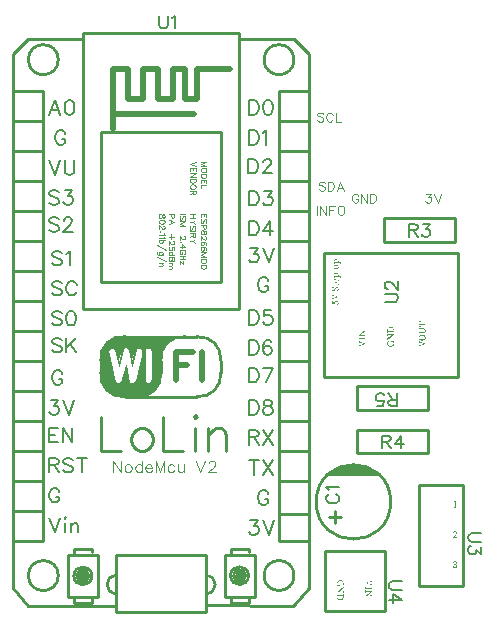
<source format=gto>
G04 Layer: TopSilkscreenLayer*
G04 EasyEDA v6.5.22, 2023-01-21 16:45:32*
G04 b2c9ab08d96f4fb6806e15b9d32b8aef,dfc3211adda64e72838fb7ae4655844f,10*
G04 Gerber Generator version 0.2*
G04 Scale: 100 percent, Rotated: No, Reflected: No *
G04 Dimensions in millimeters *
G04 leading zeros omitted , absolute positions ,4 integer and 5 decimal *
%FSLAX45Y45*%
%MOMM*%

%ADD10C,0.1000*%
%ADD11C,0.1524*%
%ADD12C,0.0762*%
%ADD13C,0.5080*%
%ADD14C,0.2032*%
%ADD15C,0.1016*%
%ADD16C,0.2540*%
%ADD17C,0.0254*%
%ADD18C,0.0508*%
%ADD19C,0.0159*%

%LPD*%
G36*
X5016703Y2353868D02*
G01*
X4999431Y2349296D01*
X4999431Y2346502D01*
X5010607Y2347518D01*
X5010505Y2304846D01*
X5010353Y2301544D01*
X4998669Y2299766D01*
X4998669Y2297226D01*
X5029403Y2297226D01*
X5029403Y2299766D01*
X5017719Y2301544D01*
X5017465Y2311450D01*
X5017465Y2340914D01*
X5017719Y2353106D01*
G37*
G36*
X5012893Y2100122D02*
G01*
X5006898Y2099360D01*
X5001768Y2097024D01*
X4998008Y2093163D01*
X4996129Y2087676D01*
X4996840Y2086660D01*
X4997754Y2085848D01*
X4998923Y2085339D01*
X5000193Y2085136D01*
X5001615Y2085390D01*
X5002834Y2086254D01*
X5003901Y2087829D01*
X5004765Y2090216D01*
X5006289Y2096312D01*
X5008778Y2096770D01*
X5010861Y2096820D01*
X5015026Y2096007D01*
X5018227Y2093671D01*
X5020310Y2089962D01*
X5021021Y2085136D01*
X5020310Y2080056D01*
X5018125Y2074824D01*
X5014366Y2069185D01*
X5006238Y2059432D01*
X4996383Y2048306D01*
X4996383Y2043226D01*
X5030673Y2043226D01*
X5030673Y2049576D01*
X5001717Y2049576D01*
X5011623Y2059736D01*
X5019497Y2068322D01*
X5024678Y2074824D01*
X5027523Y2080260D01*
X5028387Y2085390D01*
X5027472Y2091334D01*
X5024628Y2096007D01*
X5019802Y2099056D01*
G37*
G36*
X5013147Y1846122D02*
G01*
X5007711Y1845513D01*
X5002987Y1843532D01*
X4999431Y1840230D01*
X4997399Y1835454D01*
X4998110Y1834184D01*
X4999075Y1833270D01*
X5000193Y1832813D01*
X5001463Y1832660D01*
X5003139Y1832965D01*
X5004409Y1833829D01*
X5005374Y1835353D01*
X5007559Y1842566D01*
X5011623Y1842820D01*
X5015890Y1842109D01*
X5019090Y1840077D01*
X5021072Y1836724D01*
X5021783Y1832152D01*
X5020970Y1827225D01*
X5018532Y1823567D01*
X5014722Y1821281D01*
X5009591Y1820468D01*
X5006289Y1820468D01*
X5006289Y1816658D01*
X5010353Y1816658D01*
X5016042Y1815795D01*
X5020056Y1813306D01*
X5022494Y1809394D01*
X5023307Y1804212D01*
X5022494Y1798980D01*
X5020056Y1794865D01*
X5016144Y1792224D01*
X5010861Y1791258D01*
X5008473Y1791462D01*
X5006035Y1792020D01*
X5003749Y1799336D01*
X5002784Y1801063D01*
X5001564Y1802079D01*
X4999939Y1802434D01*
X4998720Y1802282D01*
X4997602Y1801774D01*
X4996688Y1800910D01*
X4995875Y1799640D01*
X4997856Y1794510D01*
X5001412Y1790954D01*
X5006136Y1788871D01*
X5011877Y1788210D01*
X5019548Y1789379D01*
X5025491Y1792630D01*
X5029301Y1797659D01*
X5030673Y1803958D01*
X5029860Y1809242D01*
X5027320Y1813509D01*
X5023053Y1816709D01*
X5016957Y1818690D01*
X5022037Y1820925D01*
X5025796Y1824075D01*
X5028082Y1828038D01*
X5028895Y1832660D01*
X5027777Y1838198D01*
X5024628Y1842465D01*
X5019700Y1845157D01*
G37*
G36*
X4307586Y1688084D02*
G01*
X4306824Y1681734D01*
X4253992Y1662175D01*
X4253992Y1658620D01*
X4306570Y1641093D01*
X4307586Y1633982D01*
X4310380Y1633982D01*
X4310380Y1653032D01*
X4307078Y1653032D01*
X4306316Y1645412D01*
X4264406Y1658874D01*
X4306570Y1673606D01*
X4307078Y1665478D01*
X4310380Y1665478D01*
X4310380Y1688084D01*
G37*
G36*
X4254500Y1629410D02*
G01*
X4254500Y1605788D01*
X4257294Y1605788D01*
X4258310Y1613662D01*
X4290009Y1613916D01*
X4306570Y1613662D01*
X4307586Y1605788D01*
X4310380Y1605788D01*
X4310380Y1629410D01*
X4307586Y1629410D01*
X4306570Y1621536D01*
X4258310Y1621536D01*
X4257294Y1629410D01*
G37*
G36*
X4254500Y1598930D02*
G01*
X4254500Y1579118D01*
X4257294Y1579118D01*
X4258564Y1588262D01*
X4300728Y1588262D01*
X4253992Y1554226D01*
X4253992Y1551178D01*
X4306570Y1551178D01*
X4307586Y1544066D01*
X4310380Y1544066D01*
X4310380Y1563878D01*
X4307586Y1563878D01*
X4306316Y1554988D01*
X4267708Y1554734D01*
X4310380Y1585722D01*
X4310380Y1598676D01*
X4307586Y1598676D01*
X4306570Y1592580D01*
X4305554Y1591818D01*
X4258310Y1592072D01*
X4257294Y1598930D01*
G37*
G36*
X4041140Y1685340D02*
G01*
X4034993Y1684832D01*
X4029405Y1683308D01*
X4024426Y1680819D01*
X4020159Y1677517D01*
X4016705Y1673453D01*
X4014114Y1668627D01*
X4012488Y1663192D01*
X4011929Y1657146D01*
X4012234Y1652219D01*
X4013200Y1647647D01*
X4014724Y1643329D01*
X4016756Y1639112D01*
X4036314Y1638858D01*
X4036822Y1633778D01*
X4039870Y1633778D01*
X4039870Y1655368D01*
X4036822Y1655368D01*
X4036314Y1646732D01*
X4017264Y1646478D01*
X4016095Y1651101D01*
X4015740Y1655876D01*
X4016197Y1660398D01*
X4017467Y1664512D01*
X4019550Y1668068D01*
X4022445Y1671066D01*
X4026052Y1673453D01*
X4030421Y1675231D01*
X4035450Y1676349D01*
X4041140Y1676704D01*
X4046931Y1676298D01*
X4052011Y1675180D01*
X4056379Y1673352D01*
X4060037Y1670913D01*
X4062984Y1667865D01*
X4065066Y1664360D01*
X4066336Y1660448D01*
X4066794Y1656130D01*
X4066641Y1653539D01*
X4066184Y1651152D01*
X4065422Y1648866D01*
X4064254Y1646732D01*
X4053840Y1644700D01*
X4053840Y1640128D01*
X4066286Y1640382D01*
X4068114Y1643837D01*
X4069384Y1647698D01*
X4070096Y1652016D01*
X4070350Y1656892D01*
X4069791Y1662938D01*
X4068165Y1668424D01*
X4065574Y1673250D01*
X4062120Y1677416D01*
X4057853Y1680768D01*
X4052874Y1683257D01*
X4047286Y1684782D01*
G37*
G36*
X4013200Y1629206D02*
G01*
X4013200Y1609648D01*
X4015994Y1609648D01*
X4017264Y1618538D01*
X4059428Y1618538D01*
X4012692Y1584502D01*
X4012692Y1581708D01*
X4065270Y1581454D01*
X4066286Y1574596D01*
X4069079Y1574596D01*
X4069079Y1594154D01*
X4066286Y1594154D01*
X4065015Y1585264D01*
X4026408Y1585264D01*
X4069079Y1615998D01*
X4069079Y1628952D01*
X4066286Y1628952D01*
X4065270Y1622856D01*
X4064254Y1622094D01*
X4017010Y1622348D01*
X4015994Y1629206D01*
G37*
G36*
X4013200Y1568246D02*
G01*
X4013200Y1545894D01*
X4016501Y1545894D01*
X4016501Y1552498D01*
X4048861Y1552752D01*
X4065778Y1552498D01*
X4065778Y1545132D01*
X4065371Y1540713D01*
X4064203Y1536801D01*
X4062222Y1533398D01*
X4059478Y1530553D01*
X4055973Y1528318D01*
X4051757Y1526641D01*
X4046778Y1525676D01*
X4041140Y1525320D01*
X4035653Y1525676D01*
X4030776Y1526692D01*
X4026560Y1528368D01*
X4023004Y1530654D01*
X4020210Y1533601D01*
X4018178Y1537106D01*
X4016908Y1541221D01*
X4016501Y1545894D01*
X4013200Y1545894D01*
X4013657Y1539392D01*
X4015028Y1533956D01*
X4017264Y1529029D01*
X4020413Y1524863D01*
X4024376Y1521409D01*
X4029151Y1518869D01*
X4034739Y1517243D01*
X4041140Y1516684D01*
X4047540Y1517192D01*
X4053128Y1518666D01*
X4057904Y1521002D01*
X4061866Y1524152D01*
X4065015Y1528114D01*
X4067251Y1532737D01*
X4068622Y1538020D01*
X4069079Y1543862D01*
X4069079Y1568246D01*
X4066286Y1568246D01*
X4065270Y1560372D01*
X4017010Y1560372D01*
X4015994Y1568246D01*
G37*
G36*
X4005834Y4402836D02*
G01*
X3997248Y4401616D01*
X3990797Y4398314D01*
X3986682Y4393285D01*
X3985260Y4387088D01*
X3985482Y4385056D01*
X3989324Y4385056D01*
X3990390Y4389424D01*
X3993692Y4392777D01*
X3999077Y4394962D01*
X4006596Y4395724D01*
X4013911Y4394809D01*
X4018889Y4392371D01*
X4021683Y4388662D01*
X4022598Y4384040D01*
X4022394Y4381754D01*
X4021734Y4379468D01*
X4020464Y4377182D01*
X4018534Y4374896D01*
X3993896Y4374896D01*
X3991559Y4377893D01*
X3990187Y4380534D01*
X3989527Y4382922D01*
X3989324Y4385056D01*
X3985482Y4385056D01*
X3985615Y4383836D01*
X3986682Y4380636D01*
X3988562Y4377486D01*
X3991356Y4374388D01*
X3986022Y4373880D01*
X3985260Y4372610D01*
X3989832Y4360926D01*
X3992372Y4360926D01*
X3993134Y4367784D01*
X4004056Y4368038D01*
X4042156Y4367784D01*
X4043426Y4360926D01*
X4045965Y4360926D01*
X4045965Y4382262D01*
X4043426Y4382262D01*
X4042156Y4374642D01*
X4021328Y4374642D01*
X4024020Y4377334D01*
X4025747Y4380128D01*
X4026662Y4382973D01*
X4026915Y4385818D01*
X4025442Y4392676D01*
X4021226Y4398060D01*
X4014571Y4401566D01*
G37*
G36*
X4023360Y4355846D02*
G01*
X4022344Y4350258D01*
X3998468Y4350258D01*
X3986529Y4350512D01*
X3985768Y4349496D01*
X3987037Y4337558D01*
X3989578Y4337558D01*
X3990594Y4343654D01*
X4015994Y4343400D01*
X4018483Y4340555D01*
X4020210Y4337659D01*
X4021226Y4334713D01*
X4021582Y4331716D01*
X4021074Y4328668D01*
X4019346Y4326432D01*
X4016248Y4325061D01*
X4011422Y4324604D01*
X3998468Y4324604D01*
X3986529Y4325112D01*
X3985768Y4324350D01*
X3987037Y4311904D01*
X3989324Y4311904D01*
X3990594Y4318000D01*
X4011929Y4317746D01*
X4018991Y4318508D01*
X4023614Y4320641D01*
X4026154Y4324045D01*
X4026915Y4328668D01*
X4026458Y4332630D01*
X4024985Y4336542D01*
X4022547Y4340250D01*
X4019042Y4343654D01*
X4026662Y4344416D01*
X4025900Y4355846D01*
G37*
G36*
X4005834Y4286504D02*
G01*
X3997248Y4285284D01*
X3990797Y4281982D01*
X3986682Y4276953D01*
X3985260Y4270756D01*
X3985482Y4268724D01*
X3989324Y4268724D01*
X3990390Y4272940D01*
X3993692Y4276344D01*
X3999077Y4278579D01*
X4006596Y4279392D01*
X4013911Y4278477D01*
X4018889Y4275937D01*
X4021683Y4272229D01*
X4022598Y4267708D01*
X4022394Y4265422D01*
X4021734Y4263085D01*
X4020464Y4260748D01*
X4018534Y4258310D01*
X3993896Y4258310D01*
X3991559Y4261459D01*
X3990187Y4264202D01*
X3989527Y4266539D01*
X3989324Y4268724D01*
X3985482Y4268724D01*
X3985615Y4267504D01*
X3986682Y4264202D01*
X3988562Y4261053D01*
X3991356Y4258056D01*
X3986022Y4257548D01*
X3985260Y4256278D01*
X3989832Y4244594D01*
X3992372Y4244594D01*
X3993134Y4251452D01*
X4042156Y4251452D01*
X4043426Y4244594D01*
X4045965Y4244594D01*
X4045965Y4265930D01*
X4043426Y4265930D01*
X4042156Y4258310D01*
X4021328Y4258056D01*
X4024020Y4260900D01*
X4025747Y4263745D01*
X4026662Y4266641D01*
X4026915Y4269486D01*
X4025442Y4276344D01*
X4021226Y4281728D01*
X4014571Y4285234D01*
G37*
G36*
X4001262Y4238498D02*
G01*
X3994607Y4237329D01*
X3989527Y4234078D01*
X3986377Y4229150D01*
X3985260Y4223004D01*
X3985360Y4222496D01*
X3988308Y4222496D01*
X3989120Y4226153D01*
X3991254Y4229049D01*
X3994404Y4230979D01*
X3998214Y4231640D01*
X3999992Y4231487D01*
X4001465Y4230827D01*
X4002430Y4229506D01*
X4002786Y4227322D01*
X4002532Y4211066D01*
X3996131Y4212590D01*
X3991711Y4215231D01*
X3989120Y4218686D01*
X3988308Y4222496D01*
X3985360Y4222496D01*
X3986733Y4215587D01*
X3990949Y4209440D01*
X3997604Y4205274D01*
X4006342Y4203700D01*
X4015028Y4205071D01*
X4021480Y4208881D01*
X4025544Y4214825D01*
X4026915Y4222496D01*
X4026255Y4227626D01*
X4024426Y4231995D01*
X4021429Y4235551D01*
X4017518Y4238244D01*
X4016248Y4236720D01*
X4018686Y4234383D01*
X4020616Y4231741D01*
X4021886Y4228693D01*
X4022344Y4225036D01*
X4021277Y4219448D01*
X4018127Y4215079D01*
X4012895Y4212234D01*
X4005579Y4211066D01*
X4005834Y4237990D01*
G37*
G36*
X4022598Y4199636D02*
G01*
X4020820Y4197858D01*
X4022547Y4195064D01*
X4022953Y4193692D01*
X4023106Y4192270D01*
X4022750Y4190237D01*
X4021683Y4188714D01*
X4019804Y4187748D01*
X4017010Y4187444D01*
X3990086Y4187444D01*
X3990086Y4198620D01*
X3986276Y4198620D01*
X3986276Y4187444D01*
X3974846Y4187951D01*
X3974846Y4183126D01*
X3986022Y4181094D01*
X3987037Y4173474D01*
X3990086Y4173474D01*
X3990086Y4180586D01*
X4017264Y4180586D01*
X4021582Y4181246D01*
X4024579Y4183075D01*
X4026357Y4186072D01*
X4026915Y4189984D01*
X4026611Y4193032D01*
X4025798Y4195673D01*
X4024426Y4197858D01*
G37*
G36*
X4011168Y4169918D02*
G01*
X4005834Y4169105D01*
X4001465Y4166463D01*
X3997756Y4161790D01*
X3994404Y4154678D01*
X3993134Y4151376D01*
X3991101Y4147312D01*
X3988714Y4144365D01*
X3985818Y4142587D01*
X3982212Y4141978D01*
X3977995Y4142841D01*
X3974896Y4145229D01*
X3972966Y4148937D01*
X3972306Y4153662D01*
X3972712Y4157167D01*
X3974084Y4160520D01*
X3983990Y4162551D01*
X3983990Y4166870D01*
X3973068Y4167378D01*
X3971340Y4164533D01*
X3969969Y4161282D01*
X3969054Y4157675D01*
X3968750Y4153662D01*
X3969765Y4146346D01*
X3972763Y4140504D01*
X3977538Y4136542D01*
X3983990Y4135120D01*
X3989628Y4136186D01*
X3994200Y4139133D01*
X3997807Y4143705D01*
X4000754Y4149598D01*
X4004259Y4157370D01*
X4006646Y4160621D01*
X4009440Y4162450D01*
X4012946Y4163060D01*
X4017467Y4162145D01*
X4020718Y4159504D01*
X4022699Y4155338D01*
X4023360Y4149851D01*
X4023258Y4147362D01*
X4022902Y4145127D01*
X4022293Y4143044D01*
X4021328Y4140962D01*
X4010914Y4138929D01*
X4010914Y4134612D01*
X4022598Y4134104D01*
X4024376Y4137355D01*
X4025849Y4141266D01*
X4026814Y4145686D01*
X4027170Y4150360D01*
X4026052Y4158335D01*
X4022902Y4164533D01*
X4017822Y4168495D01*
G37*
G36*
X3970020Y4110228D02*
G01*
X3970020Y4091178D01*
X3973322Y4091178D01*
X3974084Y4098798D01*
X4015994Y4085336D01*
X3973829Y4070604D01*
X3973322Y4078732D01*
X3970020Y4078732D01*
X3970020Y4056126D01*
X3972814Y4056126D01*
X3973576Y4062476D01*
X4026408Y4082034D01*
X4026408Y4085336D01*
X3973829Y4102862D01*
X3972814Y4110228D01*
G37*
G36*
X4008628Y4051554D02*
G01*
X4001160Y4050233D01*
X3995674Y4046524D01*
X3992270Y4040733D01*
X3991101Y4033265D01*
X3991457Y4028897D01*
X3992372Y4024884D01*
X3976624Y4025900D01*
X3976624Y4050029D01*
X3970020Y4050029D01*
X3970020Y4022598D01*
X3996182Y4020820D01*
X3996690Y4023106D01*
X3995877Y4027017D01*
X3995674Y4030979D01*
X3996588Y4036466D01*
X3999179Y4040632D01*
X4003497Y4043273D01*
X4009390Y4044187D01*
X4015282Y4043324D01*
X4019854Y4040886D01*
X4022801Y4036923D01*
X4023868Y4031487D01*
X4023664Y4028795D01*
X4023106Y4026154D01*
X4015486Y4024122D01*
X4013809Y4023156D01*
X4012946Y4021937D01*
X4012692Y4020312D01*
X4012895Y4019042D01*
X4013403Y4017924D01*
X4014317Y4017060D01*
X4015486Y4016501D01*
X4020464Y4018381D01*
X4024071Y4021683D01*
X4026204Y4026255D01*
X4026915Y4031996D01*
X4025595Y4039971D01*
X4021886Y4046169D01*
X4016095Y4050131D01*
G37*
G36*
X4198620Y3802634D02*
G01*
X4198620Y3782822D01*
X4201414Y3782822D01*
X4202684Y3791712D01*
X4241292Y3791965D01*
X4198620Y3760978D01*
X4198620Y3748024D01*
X4201414Y3748024D01*
X4202430Y3754120D01*
X4203446Y3754882D01*
X4250690Y3754628D01*
X4251706Y3747770D01*
X4254500Y3747770D01*
X4254500Y3767582D01*
X4251706Y3767582D01*
X4250436Y3758437D01*
X4208272Y3758437D01*
X4255008Y3792474D01*
X4255008Y3795522D01*
X4202430Y3795522D01*
X4201414Y3802634D01*
G37*
G36*
X4198620Y3740912D02*
G01*
X4198620Y3717290D01*
X4201414Y3717290D01*
X4202430Y3725164D01*
X4250690Y3725164D01*
X4251706Y3717290D01*
X4254500Y3717290D01*
X4254500Y3740912D01*
X4251706Y3740912D01*
X4250690Y3733037D01*
X4218990Y3732784D01*
X4202430Y3733037D01*
X4201414Y3740912D01*
G37*
G36*
X4198620Y3712718D02*
G01*
X4198620Y3693668D01*
X4201922Y3693668D01*
X4202684Y3701287D01*
X4244594Y3687826D01*
X4202430Y3673094D01*
X4201922Y3681222D01*
X4198620Y3681222D01*
X4198620Y3658615D01*
X4201414Y3658615D01*
X4202176Y3664965D01*
X4255008Y3684524D01*
X4255008Y3688079D01*
X4202430Y3705606D01*
X4201414Y3712718D01*
G37*
G36*
X4467860Y3830320D02*
G01*
X4461459Y3829812D01*
X4455871Y3828338D01*
X4451096Y3826001D01*
X4447133Y3822852D01*
X4443984Y3818890D01*
X4441748Y3814267D01*
X4440377Y3808984D01*
X4439920Y3803142D01*
X4439920Y3794506D01*
X4443222Y3794506D01*
X4443222Y3801872D01*
X4443628Y3806291D01*
X4444796Y3810203D01*
X4446778Y3813606D01*
X4449521Y3816451D01*
X4453026Y3818686D01*
X4457242Y3820363D01*
X4462221Y3821328D01*
X4467860Y3821684D01*
X4473346Y3821328D01*
X4478223Y3820312D01*
X4482439Y3818636D01*
X4485995Y3816350D01*
X4488789Y3813403D01*
X4490821Y3809898D01*
X4492091Y3805783D01*
X4492498Y3801110D01*
X4492498Y3794506D01*
X4460138Y3794251D01*
X4439920Y3794506D01*
X4439920Y3778758D01*
X4442714Y3778758D01*
X4443730Y3786632D01*
X4491990Y3786632D01*
X4493006Y3778758D01*
X4495800Y3778758D01*
X4495800Y3801618D01*
X4495342Y3807612D01*
X4493971Y3813048D01*
X4491736Y3817975D01*
X4488586Y3822141D01*
X4484624Y3825595D01*
X4479848Y3828135D01*
X4474260Y3829761D01*
G37*
G36*
X4439920Y3772408D02*
G01*
X4439920Y3752850D01*
X4442714Y3752850D01*
X4443984Y3761740D01*
X4482592Y3761740D01*
X4439920Y3731006D01*
X4439920Y3718051D01*
X4442714Y3718051D01*
X4443730Y3724148D01*
X4444746Y3724910D01*
X4491990Y3724656D01*
X4493006Y3717798D01*
X4495800Y3717798D01*
X4495800Y3737356D01*
X4493006Y3737356D01*
X4491736Y3728465D01*
X4449572Y3728465D01*
X4496308Y3762501D01*
X4496308Y3765296D01*
X4443730Y3765550D01*
X4442714Y3772408D01*
G37*
G36*
X4469130Y3713226D02*
G01*
X4469130Y3691636D01*
X4472178Y3691636D01*
X4472686Y3700272D01*
X4491736Y3700526D01*
X4492904Y3695903D01*
X4493260Y3691128D01*
X4492802Y3686606D01*
X4491532Y3682492D01*
X4489450Y3678936D01*
X4486554Y3675938D01*
X4482947Y3673551D01*
X4478578Y3671773D01*
X4473549Y3670655D01*
X4467860Y3670300D01*
X4462068Y3670706D01*
X4456988Y3671824D01*
X4452620Y3673652D01*
X4448962Y3676091D01*
X4446016Y3679139D01*
X4443933Y3682644D01*
X4442663Y3686556D01*
X4442206Y3690874D01*
X4442358Y3693464D01*
X4442815Y3695852D01*
X4443577Y3698138D01*
X4444746Y3700272D01*
X4455160Y3702304D01*
X4455160Y3706876D01*
X4442714Y3706622D01*
X4440885Y3703167D01*
X4439615Y3699306D01*
X4438904Y3694988D01*
X4438650Y3690112D01*
X4439208Y3684066D01*
X4440834Y3678580D01*
X4443425Y3673754D01*
X4446879Y3669588D01*
X4451146Y3666236D01*
X4456125Y3663746D01*
X4461713Y3662222D01*
X4467860Y3661664D01*
X4474006Y3662172D01*
X4479594Y3663696D01*
X4484573Y3666185D01*
X4488840Y3669487D01*
X4492294Y3673551D01*
X4494885Y3678377D01*
X4496511Y3683812D01*
X4497070Y3689858D01*
X4496765Y3694785D01*
X4495800Y3699357D01*
X4494276Y3703675D01*
X4492244Y3707892D01*
X4472686Y3708146D01*
X4472178Y3713226D01*
G37*
G36*
X4721606Y3875786D02*
G01*
X4706620Y3875278D01*
X4706620Y3829558D01*
X4721606Y3828796D01*
X4721606Y3833114D01*
X4710430Y3835400D01*
X4710430Y3848354D01*
X4742281Y3848608D01*
X4758690Y3848354D01*
X4759706Y3839718D01*
X4762500Y3839718D01*
X4762500Y3864864D01*
X4759706Y3864864D01*
X4758690Y3856228D01*
X4710430Y3856228D01*
X4710430Y3869436D01*
X4721606Y3871722D01*
G37*
G36*
X4706620Y3824986D02*
G01*
X4706620Y3805174D01*
X4709414Y3805174D01*
X4710684Y3813810D01*
X4737862Y3813810D01*
X4747412Y3812895D01*
X4753762Y3810203D01*
X4757318Y3805682D01*
X4758436Y3799332D01*
X4757470Y3793490D01*
X4754219Y3788968D01*
X4748377Y3786124D01*
X4739386Y3785108D01*
X4710430Y3785362D01*
X4709414Y3793744D01*
X4706620Y3793744D01*
X4706620Y3770376D01*
X4709414Y3770376D01*
X4710430Y3777487D01*
X4741164Y3777487D01*
X4746752Y3777894D01*
X4751425Y3778961D01*
X4755337Y3780790D01*
X4758486Y3783177D01*
X4760823Y3786124D01*
X4762500Y3789578D01*
X4763465Y3793490D01*
X4763770Y3797808D01*
X4763465Y3802024D01*
X4762449Y3805783D01*
X4760722Y3809136D01*
X4758232Y3811981D01*
X4754930Y3814267D01*
X4750816Y3815943D01*
X4745786Y3817010D01*
X4739894Y3817365D01*
X4710430Y3817620D01*
X4709414Y3824986D01*
G37*
G36*
X4734560Y3764787D02*
G01*
X4727905Y3764229D01*
X4722063Y3762654D01*
X4717034Y3760165D01*
X4712919Y3756964D01*
X4709617Y3753104D01*
X4707280Y3748836D01*
X4705858Y3744214D01*
X4705350Y3739387D01*
X4708906Y3739387D01*
X4711039Y3746804D01*
X4716780Y3751935D01*
X4724958Y3754932D01*
X4734560Y3755898D01*
X4744161Y3754932D01*
X4752340Y3751935D01*
X4758080Y3746804D01*
X4760214Y3739387D01*
X4759655Y3735324D01*
X4758080Y3731818D01*
X4755591Y3728872D01*
X4752340Y3726484D01*
X4748479Y3724656D01*
X4744161Y3723386D01*
X4739436Y3722624D01*
X4734560Y3722370D01*
X4729683Y3722624D01*
X4724958Y3723386D01*
X4720640Y3724656D01*
X4716780Y3726484D01*
X4713528Y3728872D01*
X4711039Y3731818D01*
X4709464Y3735324D01*
X4708906Y3739387D01*
X4705350Y3739387D01*
X4705858Y3734511D01*
X4707331Y3729786D01*
X4709769Y3725468D01*
X4713122Y3721608D01*
X4717288Y3718356D01*
X4722266Y3715867D01*
X4728057Y3714292D01*
X4734560Y3713734D01*
X4741265Y3714292D01*
X4747158Y3715867D01*
X4752187Y3718356D01*
X4756302Y3721608D01*
X4759553Y3725468D01*
X4761890Y3729786D01*
X4763312Y3734511D01*
X4763770Y3739387D01*
X4763262Y3744214D01*
X4761788Y3748836D01*
X4759350Y3753104D01*
X4755997Y3756964D01*
X4751832Y3760165D01*
X4746853Y3762654D01*
X4741062Y3764229D01*
G37*
G36*
X4706620Y3712718D02*
G01*
X4706620Y3693668D01*
X4709922Y3693668D01*
X4710684Y3701287D01*
X4752594Y3687826D01*
X4710430Y3673094D01*
X4709922Y3681222D01*
X4706620Y3681222D01*
X4706620Y3658615D01*
X4709414Y3658615D01*
X4710176Y3664965D01*
X4763008Y3684524D01*
X4763008Y3688079D01*
X4710430Y3705606D01*
X4709414Y3712718D01*
G37*
D10*
X3898900Y5632450D02*
G01*
X3891788Y5639815D01*
X3880865Y5643371D01*
X3866388Y5643371D01*
X3855465Y5639815D01*
X3848100Y5632450D01*
X3848100Y5625084D01*
X3851656Y5617971D01*
X3855465Y5614162D01*
X3862577Y5610605D01*
X3884422Y5603239D01*
X3891788Y5599684D01*
X3895343Y5596128D01*
X3898900Y5588762D01*
X3898900Y5577839D01*
X3891788Y5570473D01*
X3880865Y5566918D01*
X3866388Y5566918D01*
X3855465Y5570473D01*
X3848100Y5577839D01*
X3977640Y5625084D02*
G01*
X3973829Y5632450D01*
X3966718Y5639815D01*
X3959352Y5643371D01*
X3944874Y5643371D01*
X3937508Y5639815D01*
X3930395Y5632450D01*
X3926586Y5625084D01*
X3923029Y5614162D01*
X3923029Y5596128D01*
X3926586Y5585205D01*
X3930395Y5577839D01*
X3937508Y5570473D01*
X3944874Y5566918D01*
X3959352Y5566918D01*
X3966718Y5570473D01*
X3973829Y5577839D01*
X3977640Y5585205D01*
X4001515Y5643371D02*
G01*
X4001515Y5566918D01*
X4001515Y5566918D02*
G01*
X4045204Y5566918D01*
X3911600Y5048250D02*
G01*
X3904488Y5055615D01*
X3893565Y5059171D01*
X3879088Y5059171D01*
X3868165Y5055615D01*
X3860800Y5048250D01*
X3860800Y5040884D01*
X3864356Y5033771D01*
X3868165Y5029962D01*
X3875277Y5026405D01*
X3897122Y5019039D01*
X3904488Y5015484D01*
X3908043Y5011928D01*
X3911600Y5004562D01*
X3911600Y4993639D01*
X3904488Y4986273D01*
X3893565Y4982718D01*
X3879088Y4982718D01*
X3868165Y4986273D01*
X3860800Y4993639D01*
X3935729Y5059171D02*
G01*
X3935729Y4982718D01*
X3935729Y5059171D02*
G01*
X3961129Y5059171D01*
X3972052Y5055615D01*
X3979418Y5048250D01*
X3982974Y5040884D01*
X3986529Y5029962D01*
X3986529Y5011928D01*
X3982974Y5001005D01*
X3979418Y4993639D01*
X3972052Y4986273D01*
X3961129Y4982718D01*
X3935729Y4982718D01*
X4039615Y5059171D02*
G01*
X4010659Y4982718D01*
X4039615Y5059171D02*
G01*
X4068825Y4982718D01*
X4021581Y5008118D02*
G01*
X4057904Y5008118D01*
X3848100Y4855971D02*
G01*
X3848100Y4779518D01*
X3871975Y4855971D02*
G01*
X3871975Y4779518D01*
X3871975Y4855971D02*
G01*
X3923029Y4779518D01*
X3923029Y4855971D02*
G01*
X3923029Y4779518D01*
X3946906Y4855971D02*
G01*
X3946906Y4779518D01*
X3946906Y4855971D02*
G01*
X3994404Y4855971D01*
X3946906Y4819650D02*
G01*
X3976115Y4819650D01*
X4040124Y4855971D02*
G01*
X4032758Y4852415D01*
X4025645Y4845050D01*
X4021836Y4837684D01*
X4018279Y4826762D01*
X4018279Y4808728D01*
X4021836Y4797805D01*
X4025645Y4790439D01*
X4032758Y4783073D01*
X4040124Y4779518D01*
X4054602Y4779518D01*
X4061968Y4783073D01*
X4069079Y4790439D01*
X4072890Y4797805D01*
X4076445Y4808728D01*
X4076445Y4826762D01*
X4072890Y4837684D01*
X4069079Y4845050D01*
X4061968Y4852415D01*
X4054602Y4855971D01*
X4040124Y4855971D01*
X4769865Y4957571D02*
G01*
X4809743Y4957571D01*
X4787900Y4928362D01*
X4798822Y4928362D01*
X4806188Y4924805D01*
X4809743Y4921250D01*
X4813300Y4910328D01*
X4813300Y4902962D01*
X4809743Y4892039D01*
X4802377Y4884673D01*
X4791709Y4881118D01*
X4780788Y4881118D01*
X4769865Y4884673D01*
X4766056Y4888484D01*
X4762500Y4895595D01*
X4837429Y4957571D02*
G01*
X4866386Y4881118D01*
X4895595Y4957571D02*
G01*
X4866386Y4881118D01*
X4194809Y4939284D02*
G01*
X4191000Y4946650D01*
X4183888Y4954015D01*
X4176522Y4957571D01*
X4162043Y4957571D01*
X4154677Y4954015D01*
X4147565Y4946650D01*
X4143756Y4939284D01*
X4140200Y4928362D01*
X4140200Y4910328D01*
X4143756Y4899405D01*
X4147565Y4892039D01*
X4154677Y4884673D01*
X4162043Y4881118D01*
X4176522Y4881118D01*
X4183888Y4884673D01*
X4191000Y4892039D01*
X4194809Y4899405D01*
X4194809Y4910328D01*
X4176522Y4910328D02*
G01*
X4194809Y4910328D01*
X4218686Y4957571D02*
G01*
X4218686Y4881118D01*
X4218686Y4957571D02*
G01*
X4269740Y4881118D01*
X4269740Y4957571D02*
G01*
X4269740Y4881118D01*
X4293615Y4957571D02*
G01*
X4293615Y4881118D01*
X4293615Y4957571D02*
G01*
X4319015Y4957571D01*
X4329938Y4954015D01*
X4337304Y4946650D01*
X4340859Y4939284D01*
X4344670Y4928362D01*
X4344670Y4910328D01*
X4340859Y4899405D01*
X4337304Y4892039D01*
X4329938Y4884673D01*
X4319015Y4881118D01*
X4293615Y4881118D01*
D11*
X3949191Y2414778D02*
G01*
X3938777Y2409444D01*
X3928363Y2399029D01*
X3923284Y2388870D01*
X3923284Y2368042D01*
X3928363Y2357628D01*
X3938777Y2347213D01*
X3949191Y2341879D01*
X3964940Y2336800D01*
X3990847Y2336800D01*
X4006341Y2341879D01*
X4016756Y2347213D01*
X4027170Y2357628D01*
X4032250Y2368042D01*
X4032250Y2388870D01*
X4027170Y2399029D01*
X4016756Y2409444D01*
X4006341Y2414778D01*
X3944111Y2449068D02*
G01*
X3938777Y2459481D01*
X3923284Y2474976D01*
X4032250Y2474976D01*
X5233415Y2082800D02*
G01*
X5155438Y2082800D01*
X5139943Y2077720D01*
X5129529Y2067305D01*
X5124450Y2051557D01*
X5124450Y2041144D01*
X5129529Y2025650D01*
X5139943Y2015236D01*
X5155438Y2010155D01*
X5233415Y2010155D01*
X5233415Y1965452D02*
G01*
X5233415Y1908302D01*
X5191759Y1939289D01*
X5191759Y1923795D01*
X5186679Y1913381D01*
X5181600Y1908302D01*
X5165852Y1902968D01*
X5155438Y1902968D01*
X5139943Y1908302D01*
X5129529Y1918715D01*
X5124450Y1934210D01*
X5124450Y1949704D01*
X5129529Y1965452D01*
X5134609Y1970531D01*
X5145024Y1975865D01*
X4622800Y4700015D02*
G01*
X4622800Y4591050D01*
X4622800Y4700015D02*
G01*
X4669536Y4700015D01*
X4685029Y4694936D01*
X4690363Y4689602D01*
X4695443Y4679187D01*
X4695443Y4668773D01*
X4690363Y4658360D01*
X4685029Y4653279D01*
X4669536Y4648200D01*
X4622800Y4648200D01*
X4659122Y4648200D02*
G01*
X4695443Y4591050D01*
X4740147Y4700015D02*
G01*
X4797297Y4700015D01*
X4766309Y4658360D01*
X4781804Y4658360D01*
X4792218Y4653279D01*
X4797297Y4648200D01*
X4802631Y4632452D01*
X4802631Y4622037D01*
X4797297Y4606544D01*
X4786884Y4596129D01*
X4771390Y4591050D01*
X4755895Y4591050D01*
X4740147Y4596129D01*
X4735068Y4601210D01*
X4729734Y4611623D01*
X4394200Y2909315D02*
G01*
X4394200Y2800350D01*
X4394200Y2909315D02*
G01*
X4440936Y2909315D01*
X4456429Y2904236D01*
X4461763Y2898902D01*
X4466843Y2888487D01*
X4466843Y2878073D01*
X4461763Y2867660D01*
X4456429Y2862579D01*
X4440936Y2857500D01*
X4394200Y2857500D01*
X4430522Y2857500D02*
G01*
X4466843Y2800350D01*
X4553204Y2909315D02*
G01*
X4501134Y2836671D01*
X4579111Y2836671D01*
X4553204Y2909315D02*
G01*
X4553204Y2800350D01*
X4521200Y3161284D02*
G01*
X4521200Y3270250D01*
X4521200Y3161284D02*
G01*
X4474463Y3161284D01*
X4458970Y3166363D01*
X4453636Y3171697D01*
X4448556Y3182112D01*
X4448556Y3192526D01*
X4453636Y3202939D01*
X4458970Y3208020D01*
X4474463Y3213100D01*
X4521200Y3213100D01*
X4484877Y3213100D02*
G01*
X4448556Y3270250D01*
X4351781Y3161284D02*
G01*
X4403852Y3161284D01*
X4408931Y3208020D01*
X4403852Y3202939D01*
X4388104Y3197605D01*
X4372609Y3197605D01*
X4357115Y3202939D01*
X4346702Y3213100D01*
X4341368Y3228847D01*
X4341368Y3239262D01*
X4346702Y3254755D01*
X4357115Y3265170D01*
X4372609Y3270250D01*
X4388104Y3270250D01*
X4403852Y3265170D01*
X4408931Y3260089D01*
X4414265Y3249676D01*
X4560315Y1676400D02*
G01*
X4482338Y1676400D01*
X4466843Y1671320D01*
X4456429Y1660905D01*
X4451350Y1645157D01*
X4451350Y1634744D01*
X4456429Y1619250D01*
X4466843Y1608836D01*
X4482338Y1603755D01*
X4560315Y1603755D01*
X4560315Y1517395D02*
G01*
X4487672Y1569465D01*
X4487672Y1491487D01*
X4560315Y1517395D02*
G01*
X4451350Y1517395D01*
X2507543Y6465315D02*
G01*
X2507543Y6387337D01*
X2512623Y6371844D01*
X2523037Y6361429D01*
X2538785Y6356350D01*
X2549199Y6356350D01*
X2564693Y6361429D01*
X2575107Y6371844D01*
X2580187Y6387337D01*
X2580187Y6465315D01*
X2614477Y6444487D02*
G01*
X2624891Y6449821D01*
X2640639Y6465315D01*
X2640639Y6356350D01*
D12*
X2554406Y4771821D02*
G01*
X2552120Y4778679D01*
X2547548Y4780965D01*
X2542976Y4780965D01*
X2538150Y4778679D01*
X2535864Y4774107D01*
X2533578Y4764709D01*
X2531292Y4757851D01*
X2526720Y4753279D01*
X2522148Y4750993D01*
X2515290Y4750993D01*
X2510464Y4753279D01*
X2508178Y4755565D01*
X2505892Y4762423D01*
X2505892Y4771821D01*
X2508178Y4778679D01*
X2510464Y4780965D01*
X2515290Y4783251D01*
X2522148Y4783251D01*
X2526720Y4780965D01*
X2531292Y4776393D01*
X2533578Y4769281D01*
X2535864Y4760137D01*
X2538150Y4755565D01*
X2542976Y4753279D01*
X2547548Y4753279D01*
X2552120Y4755565D01*
X2554406Y4762423D01*
X2554406Y4771821D01*
X2554406Y4721783D02*
G01*
X2552120Y4728641D01*
X2545262Y4733467D01*
X2533578Y4735753D01*
X2526720Y4735753D01*
X2515290Y4733467D01*
X2508178Y4728641D01*
X2505892Y4721783D01*
X2505892Y4717211D01*
X2508178Y4710353D01*
X2515290Y4705781D01*
X2526720Y4703241D01*
X2533578Y4703241D01*
X2545262Y4705781D01*
X2552120Y4710353D01*
X2554406Y4717211D01*
X2554406Y4721783D01*
X2542976Y4685715D02*
G01*
X2545262Y4685715D01*
X2549834Y4683429D01*
X2552120Y4681143D01*
X2554406Y4676571D01*
X2554406Y4667427D01*
X2552120Y4662601D01*
X2549834Y4660315D01*
X2545262Y4658029D01*
X2540690Y4658029D01*
X2535864Y4660315D01*
X2529006Y4665141D01*
X2505892Y4688001D01*
X2505892Y4655743D01*
X2517576Y4638217D02*
G01*
X2515290Y4640503D01*
X2512750Y4638217D01*
X2515290Y4635931D01*
X2517576Y4638217D01*
X2545262Y4620691D02*
G01*
X2547548Y4616119D01*
X2554406Y4609261D01*
X2505892Y4609261D01*
X2545262Y4594021D02*
G01*
X2547548Y4589195D01*
X2554406Y4582337D01*
X2505892Y4582337D01*
X2554406Y4567097D02*
G01*
X2505892Y4567097D01*
X2531292Y4567097D02*
G01*
X2535864Y4562525D01*
X2538150Y4557953D01*
X2538150Y4550841D01*
X2535864Y4546269D01*
X2531292Y4541697D01*
X2524434Y4539411D01*
X2519862Y4539411D01*
X2512750Y4541697D01*
X2508178Y4546269D01*
X2505892Y4550841D01*
X2505892Y4557953D01*
X2508178Y4562525D01*
X2512750Y4567097D01*
X2563550Y4482515D02*
G01*
X2489890Y4524171D01*
X2538150Y4439589D02*
G01*
X2501320Y4439589D01*
X2494462Y4441875D01*
X2492176Y4444161D01*
X2489890Y4448987D01*
X2489890Y4455845D01*
X2492176Y4460417D01*
X2531292Y4439589D02*
G01*
X2535864Y4444161D01*
X2538150Y4448987D01*
X2538150Y4455845D01*
X2535864Y4460417D01*
X2531292Y4464989D01*
X2524434Y4467275D01*
X2519862Y4467275D01*
X2512750Y4464989D01*
X2508178Y4460417D01*
X2505892Y4455845D01*
X2505892Y4448987D01*
X2508178Y4444161D01*
X2512750Y4439589D01*
X2563550Y4382947D02*
G01*
X2489890Y4424349D01*
X2538150Y4367707D02*
G01*
X2505892Y4367707D01*
X2529006Y4367707D02*
G01*
X2535864Y4360595D01*
X2538150Y4356023D01*
X2538150Y4349165D01*
X2535864Y4344593D01*
X2529006Y4342307D01*
X2505892Y4342307D01*
X2636956Y4785791D02*
G01*
X2588442Y4785791D01*
X2636956Y4785791D02*
G01*
X2636956Y4764963D01*
X2634670Y4758105D01*
X2632384Y4755819D01*
X2627812Y4753533D01*
X2620700Y4753533D01*
X2616128Y4755819D01*
X2613842Y4758105D01*
X2611556Y4764963D01*
X2611556Y4785791D01*
X2636956Y4719751D02*
G01*
X2588442Y4738293D01*
X2636956Y4719751D02*
G01*
X2588442Y4701209D01*
X2604698Y4731181D02*
G01*
X2604698Y4708321D01*
X2630098Y4594021D02*
G01*
X2588442Y4594021D01*
X2609270Y4614849D02*
G01*
X2609270Y4573447D01*
X2625526Y4555921D02*
G01*
X2627812Y4555921D01*
X2632384Y4553381D01*
X2634670Y4551095D01*
X2636956Y4546523D01*
X2636956Y4537379D01*
X2634670Y4532807D01*
X2632384Y4530521D01*
X2627812Y4527981D01*
X2623240Y4527981D01*
X2618414Y4530521D01*
X2611556Y4535093D01*
X2588442Y4558207D01*
X2588442Y4525695D01*
X2636956Y4482769D02*
G01*
X2636956Y4505883D01*
X2616128Y4508169D01*
X2618414Y4505883D01*
X2620700Y4499025D01*
X2620700Y4492167D01*
X2618414Y4485055D01*
X2613842Y4480483D01*
X2606984Y4478197D01*
X2602412Y4478197D01*
X2595300Y4480483D01*
X2590728Y4485055D01*
X2588442Y4492167D01*
X2588442Y4499025D01*
X2590728Y4505883D01*
X2593014Y4508169D01*
X2597840Y4510455D01*
X2636956Y4435271D02*
G01*
X2588442Y4435271D01*
X2613842Y4435271D02*
G01*
X2618414Y4439843D01*
X2620700Y4444415D01*
X2620700Y4451527D01*
X2618414Y4456099D01*
X2613842Y4460671D01*
X2606984Y4462957D01*
X2602412Y4462957D01*
X2595300Y4460671D01*
X2590728Y4456099D01*
X2588442Y4451527D01*
X2588442Y4444415D01*
X2590728Y4439843D01*
X2595300Y4435271D01*
X2636956Y4420031D02*
G01*
X2588442Y4420031D01*
X2636956Y4420031D02*
G01*
X2636956Y4399203D01*
X2634670Y4392345D01*
X2632384Y4390059D01*
X2627812Y4387773D01*
X2623240Y4387773D01*
X2618414Y4390059D01*
X2616128Y4392345D01*
X2613842Y4399203D01*
X2613842Y4420031D02*
G01*
X2613842Y4399203D01*
X2611556Y4392345D01*
X2609270Y4390059D01*
X2604698Y4387773D01*
X2597840Y4387773D01*
X2593014Y4390059D01*
X2590728Y4392345D01*
X2588442Y4399203D01*
X2588442Y4420031D01*
X2620700Y4372533D02*
G01*
X2588442Y4372533D01*
X2611556Y4372533D02*
G01*
X2618414Y4365421D01*
X2620700Y4360849D01*
X2620700Y4353991D01*
X2618414Y4349419D01*
X2611556Y4347133D01*
X2588442Y4347133D01*
X2611556Y4347133D02*
G01*
X2618414Y4340021D01*
X2620700Y4335449D01*
X2620700Y4328591D01*
X2618414Y4324019D01*
X2611556Y4321733D01*
X2588442Y4321733D01*
X2729412Y4785791D02*
G01*
X2680898Y4785791D01*
X2722554Y4738293D02*
G01*
X2727126Y4742865D01*
X2729412Y4749723D01*
X2729412Y4759121D01*
X2727126Y4765979D01*
X2722554Y4770551D01*
X2717982Y4770551D01*
X2713156Y4768265D01*
X2710870Y4765979D01*
X2708584Y4761407D01*
X2704012Y4747437D01*
X2701726Y4742865D01*
X2699440Y4740579D01*
X2694868Y4738293D01*
X2687756Y4738293D01*
X2683184Y4742865D01*
X2680898Y4749723D01*
X2680898Y4759121D01*
X2683184Y4765979D01*
X2687756Y4770551D01*
X2729412Y4723053D02*
G01*
X2680898Y4723053D01*
X2729412Y4723053D02*
G01*
X2680898Y4704511D01*
X2729412Y4685969D02*
G01*
X2680898Y4704511D01*
X2729412Y4685969D02*
G01*
X2680898Y4685969D01*
X2717982Y4597323D02*
G01*
X2720268Y4597323D01*
X2724840Y4595037D01*
X2727126Y4592751D01*
X2729412Y4588179D01*
X2729412Y4578781D01*
X2727126Y4574209D01*
X2724840Y4571923D01*
X2720268Y4569637D01*
X2715696Y4569637D01*
X2710870Y4571923D01*
X2704012Y4576495D01*
X2680898Y4599609D01*
X2680898Y4567351D01*
X2692582Y4549825D02*
G01*
X2690296Y4552111D01*
X2687756Y4549825D01*
X2690296Y4547539D01*
X2692582Y4549825D01*
X2729412Y4509185D02*
G01*
X2697154Y4532299D01*
X2697154Y4497501D01*
X2729412Y4509185D02*
G01*
X2680898Y4509185D01*
X2717982Y4447717D02*
G01*
X2722554Y4450003D01*
X2727126Y4454575D01*
X2729412Y4459401D01*
X2729412Y4468545D01*
X2727126Y4473117D01*
X2722554Y4477689D01*
X2717982Y4479975D01*
X2710870Y4482261D01*
X2699440Y4482261D01*
X2692582Y4479975D01*
X2687756Y4477689D01*
X2683184Y4473117D01*
X2680898Y4468545D01*
X2680898Y4459401D01*
X2683184Y4454575D01*
X2687756Y4450003D01*
X2692582Y4447717D01*
X2699440Y4447717D01*
X2699440Y4459401D02*
G01*
X2699440Y4447717D01*
X2729412Y4432477D02*
G01*
X2680898Y4432477D01*
X2729412Y4400219D02*
G01*
X2680898Y4400219D01*
X2706298Y4432477D02*
G01*
X2706298Y4400219D01*
X2713156Y4359579D02*
G01*
X2680898Y4384979D01*
X2713156Y4384979D02*
G01*
X2713156Y4359579D01*
X2680898Y4384979D02*
G01*
X2680898Y4359579D01*
X2814756Y4785791D02*
G01*
X2766242Y4785791D01*
X2814756Y4753533D02*
G01*
X2766242Y4753533D01*
X2791642Y4785791D02*
G01*
X2791642Y4753533D01*
X2814756Y4738293D02*
G01*
X2791642Y4719751D01*
X2766242Y4719751D01*
X2814756Y4701209D02*
G01*
X2791642Y4719751D01*
X2807898Y4653711D02*
G01*
X2812470Y4658283D01*
X2814756Y4665141D01*
X2814756Y4674539D01*
X2812470Y4681397D01*
X2807898Y4685969D01*
X2803326Y4685969D01*
X2798500Y4683683D01*
X2796214Y4681397D01*
X2793928Y4676825D01*
X2789356Y4662855D01*
X2787070Y4658283D01*
X2784784Y4655997D01*
X2780212Y4653711D01*
X2773100Y4653711D01*
X2768528Y4658283D01*
X2766242Y4665141D01*
X2766242Y4674539D01*
X2768528Y4681397D01*
X2773100Y4685969D01*
X2814756Y4638471D02*
G01*
X2766242Y4638471D01*
X2814756Y4623231D02*
G01*
X2766242Y4623231D01*
X2814756Y4623231D02*
G01*
X2814756Y4602403D01*
X2812470Y4595545D01*
X2810184Y4593259D01*
X2805612Y4590973D01*
X2801040Y4590973D01*
X2796214Y4593259D01*
X2793928Y4595545D01*
X2791642Y4602403D01*
X2791642Y4623231D01*
X2791642Y4606975D02*
G01*
X2766242Y4590973D01*
X2814756Y4575733D02*
G01*
X2791642Y4557191D01*
X2766242Y4557191D01*
X2814756Y4538649D02*
G01*
X2791642Y4557191D01*
X2907212Y4785791D02*
G01*
X2858698Y4785791D01*
X2907212Y4785791D02*
G01*
X2907212Y4755819D01*
X2884098Y4785791D02*
G01*
X2884098Y4767249D01*
X2858698Y4785791D02*
G01*
X2858698Y4755819D01*
X2900354Y4708321D02*
G01*
X2904926Y4712893D01*
X2907212Y4719751D01*
X2907212Y4728895D01*
X2904926Y4736007D01*
X2900354Y4740579D01*
X2895782Y4740579D01*
X2890956Y4738293D01*
X2888670Y4736007D01*
X2886384Y4731181D01*
X2881812Y4717465D01*
X2879526Y4712893D01*
X2877240Y4710607D01*
X2872668Y4708321D01*
X2865556Y4708321D01*
X2860984Y4712893D01*
X2858698Y4719751D01*
X2858698Y4728895D01*
X2860984Y4736007D01*
X2865556Y4740579D01*
X2907212Y4693081D02*
G01*
X2858698Y4693081D01*
X2907212Y4693081D02*
G01*
X2907212Y4672253D01*
X2904926Y4665141D01*
X2902640Y4662855D01*
X2898068Y4660569D01*
X2890956Y4660569D01*
X2886384Y4662855D01*
X2884098Y4665141D01*
X2881812Y4672253D01*
X2881812Y4693081D01*
X2907212Y4633899D02*
G01*
X2904926Y4640757D01*
X2900354Y4643043D01*
X2895782Y4643043D01*
X2890956Y4640757D01*
X2888670Y4636185D01*
X2886384Y4627041D01*
X2884098Y4619929D01*
X2879526Y4615357D01*
X2874954Y4613071D01*
X2868096Y4613071D01*
X2863270Y4615357D01*
X2860984Y4617643D01*
X2858698Y4624501D01*
X2858698Y4633899D01*
X2860984Y4640757D01*
X2863270Y4643043D01*
X2868096Y4645329D01*
X2874954Y4645329D01*
X2879526Y4643043D01*
X2884098Y4638471D01*
X2886384Y4631613D01*
X2888670Y4622215D01*
X2890956Y4617643D01*
X2895782Y4615357D01*
X2900354Y4615357D01*
X2904926Y4617643D01*
X2907212Y4624501D01*
X2907212Y4633899D01*
X2895782Y4595545D02*
G01*
X2898068Y4595545D01*
X2902640Y4593259D01*
X2904926Y4590973D01*
X2907212Y4586401D01*
X2907212Y4577003D01*
X2904926Y4572431D01*
X2902640Y4570145D01*
X2898068Y4567859D01*
X2893496Y4567859D01*
X2888670Y4570145D01*
X2881812Y4574717D01*
X2858698Y4597831D01*
X2858698Y4565573D01*
X2900354Y4522647D02*
G01*
X2904926Y4524933D01*
X2907212Y4531791D01*
X2907212Y4536363D01*
X2904926Y4543221D01*
X2898068Y4548047D01*
X2886384Y4550333D01*
X2874954Y4550333D01*
X2865556Y4548047D01*
X2860984Y4543221D01*
X2858698Y4536363D01*
X2858698Y4534077D01*
X2860984Y4527219D01*
X2865556Y4522647D01*
X2872668Y4520361D01*
X2874954Y4520361D01*
X2881812Y4522647D01*
X2886384Y4527219D01*
X2888670Y4534077D01*
X2888670Y4536363D01*
X2886384Y4543221D01*
X2881812Y4548047D01*
X2874954Y4550333D01*
X2900354Y4477181D02*
G01*
X2904926Y4479721D01*
X2907212Y4486579D01*
X2907212Y4491151D01*
X2904926Y4498009D01*
X2898068Y4502581D01*
X2886384Y4505121D01*
X2874954Y4505121D01*
X2865556Y4502581D01*
X2860984Y4498009D01*
X2858698Y4491151D01*
X2858698Y4488865D01*
X2860984Y4482007D01*
X2865556Y4477181D01*
X2872668Y4474895D01*
X2874954Y4474895D01*
X2881812Y4477181D01*
X2886384Y4482007D01*
X2888670Y4488865D01*
X2888670Y4491151D01*
X2886384Y4498009D01*
X2881812Y4502581D01*
X2874954Y4505121D01*
X2907212Y4459655D02*
G01*
X2858698Y4459655D01*
X2907212Y4459655D02*
G01*
X2858698Y4441367D01*
X2907212Y4422825D02*
G01*
X2858698Y4441367D01*
X2907212Y4422825D02*
G01*
X2858698Y4422825D01*
X2907212Y4393615D02*
G01*
X2904926Y4398441D01*
X2900354Y4403013D01*
X2895782Y4405299D01*
X2888670Y4407585D01*
X2877240Y4407585D01*
X2870382Y4405299D01*
X2865556Y4403013D01*
X2860984Y4398441D01*
X2858698Y4393615D01*
X2858698Y4384471D01*
X2860984Y4379899D01*
X2865556Y4375327D01*
X2870382Y4373041D01*
X2877240Y4370501D01*
X2888670Y4370501D01*
X2895782Y4373041D01*
X2900354Y4375327D01*
X2904926Y4379899D01*
X2907212Y4384471D01*
X2907212Y4393615D01*
X2907212Y4355261D02*
G01*
X2858698Y4355261D01*
X2907212Y4355261D02*
G01*
X2907212Y4339259D01*
X2904926Y4332401D01*
X2900354Y4327575D01*
X2895782Y4325289D01*
X2888670Y4323003D01*
X2877240Y4323003D01*
X2870382Y4325289D01*
X2865556Y4327575D01*
X2860984Y4332401D01*
X2858698Y4339259D01*
X2858698Y4355261D01*
X2815772Y5227751D02*
G01*
X2767258Y5209209D01*
X2815772Y5190921D02*
G01*
X2767258Y5209209D01*
X2815772Y5175681D02*
G01*
X2767258Y5175681D01*
X2815772Y5175681D02*
G01*
X2815772Y5145455D01*
X2792658Y5175681D02*
G01*
X2792658Y5157139D01*
X2767258Y5175681D02*
G01*
X2767258Y5145455D01*
X2815772Y5130215D02*
G01*
X2767258Y5130215D01*
X2815772Y5130215D02*
G01*
X2767258Y5097957D01*
X2815772Y5097957D02*
G01*
X2767258Y5097957D01*
X2815772Y5082717D02*
G01*
X2767258Y5082717D01*
X2815772Y5082717D02*
G01*
X2815772Y5066461D01*
X2813486Y5059603D01*
X2808914Y5055031D01*
X2804342Y5052745D01*
X2797230Y5050459D01*
X2785800Y5050459D01*
X2778942Y5052745D01*
X2774116Y5055031D01*
X2769544Y5059603D01*
X2767258Y5066461D01*
X2767258Y5082717D01*
X2815772Y5021249D02*
G01*
X2813486Y5025821D01*
X2808914Y5030647D01*
X2804342Y5032933D01*
X2797230Y5035219D01*
X2785800Y5035219D01*
X2778942Y5032933D01*
X2774116Y5030647D01*
X2769544Y5025821D01*
X2767258Y5021249D01*
X2767258Y5012105D01*
X2769544Y5007533D01*
X2774116Y5002961D01*
X2778942Y5000421D01*
X2785800Y4998135D01*
X2797230Y4998135D01*
X2804342Y5000421D01*
X2808914Y5002961D01*
X2813486Y5007533D01*
X2815772Y5012105D01*
X2815772Y5021249D01*
X2815772Y4982895D02*
G01*
X2767258Y4982895D01*
X2815772Y4982895D02*
G01*
X2815772Y4962321D01*
X2813486Y4955209D01*
X2811200Y4952923D01*
X2806628Y4950637D01*
X2802056Y4950637D01*
X2797230Y4952923D01*
X2794944Y4955209D01*
X2792658Y4962321D01*
X2792658Y4982895D01*
X2792658Y4966893D02*
G01*
X2767258Y4950637D01*
X2908228Y5227751D02*
G01*
X2859714Y5227751D01*
X2908228Y5227751D02*
G01*
X2859714Y5209209D01*
X2908228Y5190921D02*
G01*
X2859714Y5209209D01*
X2908228Y5190921D02*
G01*
X2859714Y5190921D01*
X2908228Y5161711D02*
G01*
X2905942Y5166283D01*
X2901370Y5170855D01*
X2896798Y5173141D01*
X2889686Y5175681D01*
X2878256Y5175681D01*
X2871398Y5173141D01*
X2866572Y5170855D01*
X2862000Y5166283D01*
X2859714Y5161711D01*
X2859714Y5152567D01*
X2862000Y5147741D01*
X2866572Y5143169D01*
X2871398Y5140883D01*
X2878256Y5138597D01*
X2889686Y5138597D01*
X2896798Y5140883D01*
X2901370Y5143169D01*
X2905942Y5147741D01*
X2908228Y5152567D01*
X2908228Y5161711D01*
X2908228Y5123357D02*
G01*
X2859714Y5123357D01*
X2908228Y5123357D02*
G01*
X2908228Y5107101D01*
X2905942Y5100243D01*
X2901370Y5095671D01*
X2896798Y5093385D01*
X2889686Y5091099D01*
X2878256Y5091099D01*
X2871398Y5093385D01*
X2866572Y5095671D01*
X2862000Y5100243D01*
X2859714Y5107101D01*
X2859714Y5123357D01*
X2908228Y5075859D02*
G01*
X2859714Y5075859D01*
X2908228Y5075859D02*
G01*
X2908228Y5045887D01*
X2885114Y5075859D02*
G01*
X2885114Y5057317D01*
X2859714Y5075859D02*
G01*
X2859714Y5045887D01*
X2908228Y5030647D02*
G01*
X2859714Y5030647D01*
X2859714Y5030647D02*
G01*
X2859714Y5002961D01*
D13*
X2647546Y3620183D02*
G01*
X2647546Y3377867D01*
X2647546Y3620183D02*
G01*
X2797660Y3620183D01*
X2647546Y3504867D02*
G01*
X2740002Y3504867D01*
X2873860Y3620183D02*
G01*
X2873860Y3377867D01*
D14*
X3268543Y5747720D02*
G01*
X3268543Y5626308D01*
X3268543Y5747720D02*
G01*
X3308929Y5747720D01*
X3326201Y5741878D01*
X3337885Y5730448D01*
X3343473Y5718764D01*
X3349315Y5701492D01*
X3349315Y5672536D01*
X3343473Y5655264D01*
X3337885Y5643834D01*
X3326201Y5632150D01*
X3308929Y5626308D01*
X3268543Y5626308D01*
X3422213Y5747720D02*
G01*
X3404687Y5741878D01*
X3393257Y5724606D01*
X3387415Y5695650D01*
X3387415Y5678378D01*
X3393257Y5649422D01*
X3404687Y5632150D01*
X3422213Y5626308D01*
X3433643Y5626308D01*
X3450915Y5632150D01*
X3462599Y5649422D01*
X3468187Y5678378D01*
X3468187Y5695650D01*
X3462599Y5724606D01*
X3450915Y5741878D01*
X3433643Y5747720D01*
X3422213Y5747720D01*
X3268543Y5493720D02*
G01*
X3268543Y5372308D01*
X3268543Y5493720D02*
G01*
X3308929Y5493720D01*
X3326201Y5487878D01*
X3337885Y5476448D01*
X3343473Y5464764D01*
X3349315Y5447492D01*
X3349315Y5418536D01*
X3343473Y5401264D01*
X3337885Y5389834D01*
X3326201Y5378150D01*
X3308929Y5372308D01*
X3268543Y5372308D01*
X3387415Y5470606D02*
G01*
X3399099Y5476448D01*
X3416371Y5493720D01*
X3416371Y5372308D01*
X3263889Y5250921D02*
G01*
X3263889Y5129509D01*
X3263889Y5250921D02*
G01*
X3304275Y5250921D01*
X3321547Y5245079D01*
X3333231Y5233649D01*
X3338819Y5221965D01*
X3344661Y5204693D01*
X3344661Y5175737D01*
X3338819Y5158465D01*
X3333231Y5147035D01*
X3321547Y5135351D01*
X3304275Y5129509D01*
X3263889Y5129509D01*
X3388603Y5221965D02*
G01*
X3388603Y5227807D01*
X3394445Y5239237D01*
X3400033Y5245079D01*
X3411717Y5250921D01*
X3434831Y5250921D01*
X3446261Y5245079D01*
X3452103Y5239237D01*
X3457945Y5227807D01*
X3457945Y5216123D01*
X3452103Y5204693D01*
X3440419Y5187421D01*
X3382761Y5129509D01*
X3463533Y5129509D01*
X3268543Y4978862D02*
G01*
X3268543Y4857450D01*
X3268543Y4978862D02*
G01*
X3308929Y4978862D01*
X3326201Y4973020D01*
X3337885Y4961590D01*
X3343473Y4949906D01*
X3349315Y4932634D01*
X3349315Y4903678D01*
X3343473Y4886406D01*
X3337885Y4874976D01*
X3326201Y4863292D01*
X3308929Y4857450D01*
X3268543Y4857450D01*
X3399099Y4978862D02*
G01*
X3462599Y4978862D01*
X3427801Y4932634D01*
X3445073Y4932634D01*
X3456757Y4926792D01*
X3462599Y4920950D01*
X3468187Y4903678D01*
X3468187Y4892248D01*
X3462599Y4874976D01*
X3450915Y4863292D01*
X3433643Y4857450D01*
X3416371Y4857450D01*
X3399099Y4863292D01*
X3393257Y4869134D01*
X3387415Y4880564D01*
X3268543Y4724862D02*
G01*
X3268543Y4603450D01*
X3268543Y4724862D02*
G01*
X3308929Y4724862D01*
X3326201Y4719020D01*
X3337885Y4707590D01*
X3343473Y4695906D01*
X3349315Y4678634D01*
X3349315Y4649678D01*
X3343473Y4632406D01*
X3337885Y4620976D01*
X3326201Y4609292D01*
X3308929Y4603450D01*
X3268543Y4603450D01*
X3445073Y4724862D02*
G01*
X3387415Y4644090D01*
X3474029Y4644090D01*
X3445073Y4724862D02*
G01*
X3445073Y4603450D01*
X3279973Y4496262D02*
G01*
X3343473Y4496262D01*
X3308929Y4450034D01*
X3326201Y4450034D01*
X3337885Y4444192D01*
X3343473Y4438350D01*
X3349315Y4421078D01*
X3349315Y4409648D01*
X3343473Y4392376D01*
X3332043Y4380692D01*
X3314771Y4374850D01*
X3297499Y4374850D01*
X3279973Y4380692D01*
X3274385Y4386534D01*
X3268543Y4397964D01*
X3387415Y4496262D02*
G01*
X3433643Y4374850D01*
X3479871Y4496262D02*
G01*
X3433643Y4374850D01*
X3431357Y4220164D02*
G01*
X3425515Y4231848D01*
X3414085Y4243278D01*
X3402401Y4249120D01*
X3379287Y4249120D01*
X3367857Y4243278D01*
X3356173Y4231848D01*
X3350585Y4220164D01*
X3344743Y4202892D01*
X3344743Y4173936D01*
X3350585Y4156664D01*
X3356173Y4145234D01*
X3367857Y4133550D01*
X3379287Y4127708D01*
X3402401Y4127708D01*
X3414085Y4133550D01*
X3425515Y4145234D01*
X3431357Y4156664D01*
X3431357Y4173936D01*
X3402401Y4173936D02*
G01*
X3431357Y4173936D01*
X3268543Y3969720D02*
G01*
X3268543Y3848308D01*
X3268543Y3969720D02*
G01*
X3308929Y3969720D01*
X3326201Y3963878D01*
X3337885Y3952448D01*
X3343473Y3940764D01*
X3349315Y3923492D01*
X3349315Y3894536D01*
X3343473Y3877264D01*
X3337885Y3865834D01*
X3326201Y3854150D01*
X3308929Y3848308D01*
X3268543Y3848308D01*
X3456757Y3969720D02*
G01*
X3399099Y3969720D01*
X3393257Y3917650D01*
X3399099Y3923492D01*
X3416371Y3929334D01*
X3433643Y3929334D01*
X3450915Y3923492D01*
X3462599Y3911808D01*
X3468187Y3894536D01*
X3468187Y3883106D01*
X3462599Y3865834D01*
X3450915Y3854150D01*
X3433643Y3848308D01*
X3416371Y3848308D01*
X3399099Y3854150D01*
X3393257Y3859992D01*
X3387415Y3871422D01*
X3268543Y3715720D02*
G01*
X3268543Y3594308D01*
X3268543Y3715720D02*
G01*
X3308929Y3715720D01*
X3326201Y3709878D01*
X3337885Y3698448D01*
X3343473Y3686764D01*
X3349315Y3669492D01*
X3349315Y3640536D01*
X3343473Y3623264D01*
X3337885Y3611834D01*
X3326201Y3600150D01*
X3308929Y3594308D01*
X3268543Y3594308D01*
X3456757Y3698448D02*
G01*
X3450915Y3709878D01*
X3433643Y3715720D01*
X3422213Y3715720D01*
X3404687Y3709878D01*
X3393257Y3692606D01*
X3387415Y3663650D01*
X3387415Y3634948D01*
X3393257Y3611834D01*
X3404687Y3600150D01*
X3422213Y3594308D01*
X3427801Y3594308D01*
X3445073Y3600150D01*
X3456757Y3611834D01*
X3462599Y3629106D01*
X3462599Y3634948D01*
X3456757Y3652220D01*
X3445073Y3663650D01*
X3427801Y3669492D01*
X3422213Y3669492D01*
X3404687Y3663650D01*
X3393257Y3652220D01*
X3387415Y3634948D01*
X3268543Y3480262D02*
G01*
X3268543Y3358850D01*
X3268543Y3480262D02*
G01*
X3308929Y3480262D01*
X3326201Y3474420D01*
X3337885Y3462990D01*
X3343473Y3451306D01*
X3349315Y3434034D01*
X3349315Y3405078D01*
X3343473Y3387806D01*
X3337885Y3376376D01*
X3326201Y3364692D01*
X3308929Y3358850D01*
X3268543Y3358850D01*
X3468187Y3480262D02*
G01*
X3410529Y3358850D01*
X3387415Y3480262D02*
G01*
X3468187Y3480262D01*
X3268543Y3207720D02*
G01*
X3268543Y3086308D01*
X3268543Y3207720D02*
G01*
X3308929Y3207720D01*
X3326201Y3201878D01*
X3337885Y3190448D01*
X3343473Y3178764D01*
X3349315Y3161492D01*
X3349315Y3132536D01*
X3343473Y3115264D01*
X3337885Y3103834D01*
X3326201Y3092150D01*
X3308929Y3086308D01*
X3268543Y3086308D01*
X3416371Y3207720D02*
G01*
X3399099Y3201878D01*
X3393257Y3190448D01*
X3393257Y3178764D01*
X3399099Y3167334D01*
X3410529Y3161492D01*
X3433643Y3155650D01*
X3450915Y3149808D01*
X3462599Y3138378D01*
X3468187Y3126948D01*
X3468187Y3109422D01*
X3462599Y3097992D01*
X3456757Y3092150D01*
X3439485Y3086308D01*
X3416371Y3086308D01*
X3399099Y3092150D01*
X3393257Y3097992D01*
X3387415Y3109422D01*
X3387415Y3126948D01*
X3393257Y3138378D01*
X3404687Y3149808D01*
X3422213Y3155650D01*
X3445073Y3161492D01*
X3456757Y3167334D01*
X3462599Y3178764D01*
X3462599Y3190448D01*
X3456757Y3201878D01*
X3439485Y3207720D01*
X3416371Y3207720D01*
X3268543Y2953720D02*
G01*
X3268543Y2832308D01*
X3268543Y2953720D02*
G01*
X3320613Y2953720D01*
X3337885Y2947878D01*
X3343473Y2942036D01*
X3349315Y2930606D01*
X3349315Y2918922D01*
X3343473Y2907492D01*
X3337885Y2901650D01*
X3320613Y2895808D01*
X3268543Y2895808D01*
X3308929Y2895808D02*
G01*
X3349315Y2832308D01*
X3387415Y2953720D02*
G01*
X3468187Y2832308D01*
X3468187Y2953720D02*
G01*
X3387415Y2832308D01*
X3308929Y2699720D02*
G01*
X3308929Y2578308D01*
X3268543Y2699720D02*
G01*
X3349315Y2699720D01*
X3387415Y2699720D02*
G01*
X3468187Y2578308D01*
X3468187Y2699720D02*
G01*
X3387415Y2578308D01*
X3431357Y2416764D02*
G01*
X3425515Y2428448D01*
X3414085Y2439878D01*
X3402401Y2445720D01*
X3379287Y2445720D01*
X3367857Y2439878D01*
X3356173Y2428448D01*
X3350585Y2416764D01*
X3344743Y2399492D01*
X3344743Y2370536D01*
X3350585Y2353264D01*
X3356173Y2341834D01*
X3367857Y2330150D01*
X3379287Y2324308D01*
X3402401Y2324308D01*
X3414085Y2330150D01*
X3425515Y2341834D01*
X3431357Y2353264D01*
X3431357Y2370536D01*
X3402401Y2370536D02*
G01*
X3431357Y2370536D01*
X3279973Y2191720D02*
G01*
X3343473Y2191720D01*
X3308929Y2145492D01*
X3326201Y2145492D01*
X3337885Y2139650D01*
X3343473Y2133808D01*
X3349315Y2116536D01*
X3349315Y2105106D01*
X3343473Y2087834D01*
X3332043Y2076150D01*
X3314771Y2070308D01*
X3297499Y2070308D01*
X3279973Y2076150D01*
X3274385Y2081992D01*
X3268543Y2093422D01*
X3387415Y2191720D02*
G01*
X3433643Y2070308D01*
X3479871Y2191720D02*
G01*
X3433643Y2070308D01*
X1577347Y2210094D02*
G01*
X1623575Y2088682D01*
X1669803Y2210094D02*
G01*
X1623575Y2088682D01*
X1707903Y2210094D02*
G01*
X1713491Y2204252D01*
X1719333Y2210094D01*
X1713491Y2215682D01*
X1707903Y2210094D01*
X1713491Y2169708D02*
G01*
X1713491Y2088682D01*
X1757433Y2169708D02*
G01*
X1757433Y2088682D01*
X1757433Y2146594D02*
G01*
X1774705Y2163866D01*
X1786389Y2169708D01*
X1803661Y2169708D01*
X1815091Y2163866D01*
X1820933Y2146594D01*
X1820933Y2088682D01*
X1663961Y2435138D02*
G01*
X1658119Y2446822D01*
X1646689Y2458252D01*
X1635005Y2464094D01*
X1611891Y2464094D01*
X1600461Y2458252D01*
X1588777Y2446822D01*
X1583189Y2435138D01*
X1577347Y2417866D01*
X1577347Y2388910D01*
X1583189Y2371638D01*
X1588777Y2360208D01*
X1600461Y2348524D01*
X1611891Y2342682D01*
X1635005Y2342682D01*
X1646689Y2348524D01*
X1658119Y2360208D01*
X1663961Y2371638D01*
X1663961Y2388910D01*
X1635005Y2388910D02*
G01*
X1663961Y2388910D01*
X1577347Y2718094D02*
G01*
X1577347Y2596682D01*
X1577347Y2718094D02*
G01*
X1629417Y2718094D01*
X1646689Y2712252D01*
X1652277Y2706410D01*
X1658119Y2694980D01*
X1658119Y2683296D01*
X1652277Y2671866D01*
X1646689Y2666024D01*
X1629417Y2660182D01*
X1577347Y2660182D01*
X1617733Y2660182D02*
G01*
X1658119Y2596682D01*
X1776991Y2700822D02*
G01*
X1765561Y2712252D01*
X1748289Y2718094D01*
X1725175Y2718094D01*
X1707903Y2712252D01*
X1696219Y2700822D01*
X1696219Y2689138D01*
X1702061Y2677708D01*
X1707903Y2671866D01*
X1719333Y2666024D01*
X1753877Y2654594D01*
X1765561Y2648752D01*
X1771403Y2642910D01*
X1776991Y2631480D01*
X1776991Y2614208D01*
X1765561Y2602524D01*
X1748289Y2596682D01*
X1725175Y2596682D01*
X1707903Y2602524D01*
X1696219Y2614208D01*
X1855477Y2718094D02*
G01*
X1855477Y2596682D01*
X1815091Y2718094D02*
G01*
X1896117Y2718094D01*
X1577347Y2972094D02*
G01*
X1577347Y2850682D01*
X1577347Y2972094D02*
G01*
X1652277Y2972094D01*
X1577347Y2914182D02*
G01*
X1623575Y2914182D01*
X1577347Y2850682D02*
G01*
X1652277Y2850682D01*
X1690377Y2972094D02*
G01*
X1690377Y2850682D01*
X1690377Y2972094D02*
G01*
X1771403Y2850682D01*
X1771403Y2972094D02*
G01*
X1771403Y2850682D01*
X1588777Y3207552D02*
G01*
X1652277Y3207552D01*
X1617733Y3161324D01*
X1635005Y3161324D01*
X1646689Y3155482D01*
X1652277Y3149640D01*
X1658119Y3132368D01*
X1658119Y3120938D01*
X1652277Y3103666D01*
X1640847Y3091982D01*
X1623575Y3086140D01*
X1606303Y3086140D01*
X1588777Y3091982D01*
X1583189Y3097824D01*
X1577347Y3109254D01*
X1696219Y3207552D02*
G01*
X1742447Y3086140D01*
X1788675Y3207552D02*
G01*
X1742447Y3086140D01*
X1689361Y3432596D02*
G01*
X1683519Y3444280D01*
X1672089Y3455710D01*
X1660405Y3461552D01*
X1637291Y3461552D01*
X1625861Y3455710D01*
X1614177Y3444280D01*
X1608589Y3432596D01*
X1602747Y3415324D01*
X1602747Y3386368D01*
X1608589Y3369096D01*
X1614177Y3357666D01*
X1625861Y3345982D01*
X1637291Y3340140D01*
X1660405Y3340140D01*
X1672089Y3345982D01*
X1683519Y3357666D01*
X1689361Y3369096D01*
X1689361Y3386368D01*
X1660405Y3386368D02*
G01*
X1689361Y3386368D01*
X1683519Y3716822D02*
G01*
X1672089Y3728252D01*
X1654817Y3734094D01*
X1631703Y3734094D01*
X1614177Y3728252D01*
X1602747Y3716822D01*
X1602747Y3705138D01*
X1608589Y3693708D01*
X1614177Y3687866D01*
X1625861Y3682024D01*
X1660405Y3670594D01*
X1672089Y3664752D01*
X1677677Y3658910D01*
X1683519Y3647480D01*
X1683519Y3630208D01*
X1672089Y3618524D01*
X1654817Y3612682D01*
X1631703Y3612682D01*
X1614177Y3618524D01*
X1602747Y3630208D01*
X1721619Y3734094D02*
G01*
X1721619Y3612682D01*
X1802391Y3734094D02*
G01*
X1721619Y3653322D01*
X1750575Y3682024D02*
G01*
X1802391Y3612682D01*
X1683519Y3945422D02*
G01*
X1672089Y3956852D01*
X1654817Y3962694D01*
X1631703Y3962694D01*
X1614177Y3956852D01*
X1602747Y3945422D01*
X1602747Y3933738D01*
X1608589Y3922308D01*
X1614177Y3916466D01*
X1625861Y3910624D01*
X1660405Y3899194D01*
X1672089Y3893352D01*
X1677677Y3887510D01*
X1683519Y3876080D01*
X1683519Y3858808D01*
X1672089Y3847124D01*
X1654817Y3841282D01*
X1631703Y3841282D01*
X1614177Y3847124D01*
X1602747Y3858808D01*
X1756417Y3962694D02*
G01*
X1738891Y3956852D01*
X1727461Y3939580D01*
X1721619Y3910624D01*
X1721619Y3893352D01*
X1727461Y3864396D01*
X1738891Y3847124D01*
X1756417Y3841282D01*
X1767847Y3841282D01*
X1785119Y3847124D01*
X1796803Y3864396D01*
X1802391Y3893352D01*
X1802391Y3910624D01*
X1796803Y3939580D01*
X1785119Y3956852D01*
X1767847Y3962694D01*
X1756417Y3962694D01*
X1683519Y4199422D02*
G01*
X1672089Y4210852D01*
X1654817Y4216694D01*
X1631703Y4216694D01*
X1614177Y4210852D01*
X1602747Y4199422D01*
X1602747Y4187738D01*
X1608589Y4176308D01*
X1614177Y4170466D01*
X1625861Y4164624D01*
X1660405Y4153194D01*
X1672089Y4147352D01*
X1677677Y4141510D01*
X1683519Y4130080D01*
X1683519Y4112808D01*
X1672089Y4101124D01*
X1654817Y4095282D01*
X1631703Y4095282D01*
X1614177Y4101124D01*
X1602747Y4112808D01*
X1808233Y4187738D02*
G01*
X1802391Y4199422D01*
X1790961Y4210852D01*
X1779277Y4216694D01*
X1756417Y4216694D01*
X1744733Y4210852D01*
X1733303Y4199422D01*
X1727461Y4187738D01*
X1721619Y4170466D01*
X1721619Y4141510D01*
X1727461Y4124238D01*
X1733303Y4112808D01*
X1744733Y4101124D01*
X1756417Y4095282D01*
X1779277Y4095282D01*
X1790961Y4101124D01*
X1802391Y4112808D01*
X1808233Y4124238D01*
X1683519Y4453422D02*
G01*
X1672089Y4464852D01*
X1654817Y4470694D01*
X1631703Y4470694D01*
X1614177Y4464852D01*
X1602747Y4453422D01*
X1602747Y4441738D01*
X1608589Y4430308D01*
X1614177Y4424466D01*
X1625861Y4418624D01*
X1660405Y4407194D01*
X1672089Y4401352D01*
X1677677Y4395510D01*
X1683519Y4384080D01*
X1683519Y4366808D01*
X1672089Y4355124D01*
X1654817Y4349282D01*
X1631703Y4349282D01*
X1614177Y4355124D01*
X1602747Y4366808D01*
X1721619Y4447580D02*
G01*
X1733303Y4453422D01*
X1750575Y4470694D01*
X1750575Y4349282D01*
X1658119Y4739680D02*
G01*
X1646689Y4751110D01*
X1629417Y4756952D01*
X1606303Y4756952D01*
X1588777Y4751110D01*
X1577347Y4739680D01*
X1577347Y4727996D01*
X1583189Y4716566D01*
X1588777Y4710724D01*
X1600461Y4704882D01*
X1635005Y4693452D01*
X1646689Y4687610D01*
X1652277Y4681768D01*
X1658119Y4670338D01*
X1658119Y4653066D01*
X1646689Y4641382D01*
X1629417Y4635540D01*
X1606303Y4635540D01*
X1588777Y4641382D01*
X1577347Y4653066D01*
X1702061Y4727996D02*
G01*
X1702061Y4733838D01*
X1707903Y4745268D01*
X1713491Y4751110D01*
X1725175Y4756952D01*
X1748289Y4756952D01*
X1759719Y4751110D01*
X1765561Y4745268D01*
X1771403Y4733838D01*
X1771403Y4722154D01*
X1765561Y4710724D01*
X1753877Y4693452D01*
X1696219Y4635540D01*
X1776991Y4635540D01*
X1658119Y4968280D02*
G01*
X1646689Y4979710D01*
X1629417Y4985552D01*
X1606303Y4985552D01*
X1588777Y4979710D01*
X1577347Y4968280D01*
X1577347Y4956596D01*
X1583189Y4945166D01*
X1588777Y4939324D01*
X1600461Y4933482D01*
X1635005Y4922052D01*
X1646689Y4916210D01*
X1652277Y4910368D01*
X1658119Y4898938D01*
X1658119Y4881666D01*
X1646689Y4869982D01*
X1629417Y4864140D01*
X1606303Y4864140D01*
X1588777Y4869982D01*
X1577347Y4881666D01*
X1707903Y4985552D02*
G01*
X1771403Y4985552D01*
X1736605Y4939324D01*
X1753877Y4939324D01*
X1765561Y4933482D01*
X1771403Y4927640D01*
X1776991Y4910368D01*
X1776991Y4898938D01*
X1771403Y4881666D01*
X1759719Y4869982D01*
X1742447Y4864140D01*
X1725175Y4864140D01*
X1707903Y4869982D01*
X1702061Y4875824D01*
X1696219Y4887254D01*
X1577347Y5239552D02*
G01*
X1623575Y5118140D01*
X1669803Y5239552D02*
G01*
X1623575Y5118140D01*
X1707903Y5239552D02*
G01*
X1707903Y5152938D01*
X1713491Y5135666D01*
X1725175Y5123982D01*
X1742447Y5118140D01*
X1753877Y5118140D01*
X1771403Y5123982D01*
X1782833Y5135666D01*
X1788675Y5152938D01*
X1788675Y5239552D01*
X1714761Y5464596D02*
G01*
X1708919Y5476280D01*
X1697489Y5487710D01*
X1685805Y5493552D01*
X1662691Y5493552D01*
X1651261Y5487710D01*
X1639577Y5476280D01*
X1633989Y5464596D01*
X1628147Y5447324D01*
X1628147Y5418368D01*
X1633989Y5401096D01*
X1639577Y5389666D01*
X1651261Y5377982D01*
X1662691Y5372140D01*
X1685805Y5372140D01*
X1697489Y5377982D01*
X1708919Y5389666D01*
X1714761Y5401096D01*
X1714761Y5418368D01*
X1685805Y5418368D02*
G01*
X1714761Y5418368D01*
X1623575Y5747552D02*
G01*
X1577347Y5626140D01*
X1623575Y5747552D02*
G01*
X1669803Y5626140D01*
X1594619Y5666780D02*
G01*
X1652277Y5666780D01*
X1742447Y5747552D02*
G01*
X1725175Y5741710D01*
X1713491Y5724438D01*
X1707903Y5695482D01*
X1707903Y5678210D01*
X1713491Y5649254D01*
X1725175Y5631982D01*
X1742447Y5626140D01*
X1753877Y5626140D01*
X1771403Y5631982D01*
X1782833Y5649254D01*
X1788675Y5678210D01*
X1788675Y5695482D01*
X1782833Y5724438D01*
X1771403Y5741710D01*
X1753877Y5747552D01*
X1742447Y5747552D01*
D15*
X2119563Y2696347D02*
G01*
X2119563Y2599319D01*
X2119563Y2696347D02*
G01*
X2184079Y2599319D01*
X2184079Y2696347D02*
G01*
X2184079Y2599319D01*
X2237673Y2664089D02*
G01*
X2228529Y2659263D01*
X2219385Y2650119D01*
X2214559Y2636149D01*
X2214559Y2627005D01*
X2219385Y2613289D01*
X2228529Y2603891D01*
X2237673Y2599319D01*
X2251643Y2599319D01*
X2260787Y2603891D01*
X2270185Y2613289D01*
X2274757Y2627005D01*
X2274757Y2636149D01*
X2270185Y2650119D01*
X2260787Y2659263D01*
X2251643Y2664089D01*
X2237673Y2664089D01*
X2360609Y2696347D02*
G01*
X2360609Y2599319D01*
X2360609Y2650119D02*
G01*
X2351465Y2659263D01*
X2342067Y2664089D01*
X2328351Y2664089D01*
X2318953Y2659263D01*
X2309809Y2650119D01*
X2305237Y2636149D01*
X2305237Y2627005D01*
X2309809Y2613289D01*
X2318953Y2603891D01*
X2328351Y2599319D01*
X2342067Y2599319D01*
X2351465Y2603891D01*
X2360609Y2613289D01*
X2391089Y2636149D02*
G01*
X2446461Y2636149D01*
X2446461Y2645547D01*
X2441889Y2654691D01*
X2437317Y2659263D01*
X2427919Y2664089D01*
X2414203Y2664089D01*
X2405059Y2659263D01*
X2395661Y2650119D01*
X2391089Y2636149D01*
X2391089Y2627005D01*
X2395661Y2613289D01*
X2405059Y2603891D01*
X2414203Y2599319D01*
X2427919Y2599319D01*
X2437317Y2603891D01*
X2446461Y2613289D01*
X2476941Y2696347D02*
G01*
X2476941Y2599319D01*
X2476941Y2696347D02*
G01*
X2514025Y2599319D01*
X2550855Y2696347D02*
G01*
X2514025Y2599319D01*
X2550855Y2696347D02*
G01*
X2550855Y2599319D01*
X2636707Y2650119D02*
G01*
X2627563Y2659263D01*
X2618419Y2664089D01*
X2604449Y2664089D01*
X2595305Y2659263D01*
X2585907Y2650119D01*
X2581335Y2636149D01*
X2581335Y2627005D01*
X2585907Y2613289D01*
X2595305Y2603891D01*
X2604449Y2599319D01*
X2618419Y2599319D01*
X2627563Y2603891D01*
X2636707Y2613289D01*
X2667187Y2664089D02*
G01*
X2667187Y2617861D01*
X2671759Y2603891D01*
X2681157Y2599319D01*
X2694873Y2599319D01*
X2704271Y2603891D01*
X2717987Y2617861D01*
X2717987Y2664089D02*
G01*
X2717987Y2599319D01*
X2819587Y2696347D02*
G01*
X2856671Y2599319D01*
X2893501Y2696347D02*
G01*
X2856671Y2599319D01*
X2928553Y2673233D02*
G01*
X2928553Y2677805D01*
X2933379Y2686949D01*
X2937951Y2691775D01*
X2947095Y2696347D01*
X2965637Y2696347D01*
X2974781Y2691775D01*
X2979353Y2686949D01*
X2984179Y2677805D01*
X2984179Y2668661D01*
X2979353Y2659263D01*
X2970209Y2645547D01*
X2923981Y2599319D01*
X2988751Y2599319D01*
D16*
X2014545Y3070128D02*
G01*
X2014545Y2779044D01*
X2014545Y2779044D02*
G01*
X2180915Y2779044D01*
X2341443Y2973100D02*
G01*
X2313757Y2959130D01*
X2286071Y2931444D01*
X2272355Y2889788D01*
X2272355Y2862102D01*
X2286071Y2820700D01*
X2313757Y2793014D01*
X2341443Y2779044D01*
X2383099Y2779044D01*
X2410785Y2793014D01*
X2438471Y2820700D01*
X2452441Y2862102D01*
X2452441Y2889788D01*
X2438471Y2931444D01*
X2410785Y2959130D01*
X2383099Y2973100D01*
X2341443Y2973100D01*
X2543881Y3070128D02*
G01*
X2543881Y2779044D01*
X2543881Y2779044D02*
G01*
X2709997Y2779044D01*
X2801437Y3070128D02*
G01*
X2815407Y3056158D01*
X2829123Y3070128D01*
X2815407Y3083844D01*
X2801437Y3070128D01*
X2815407Y2973100D02*
G01*
X2815407Y2779044D01*
X2920563Y2973100D02*
G01*
X2920563Y2779044D01*
X2920563Y2917728D02*
G01*
X2962219Y2959130D01*
X2989905Y2973100D01*
X3031561Y2973100D01*
X3059247Y2959130D01*
X3072963Y2917728D01*
X3072963Y2779044D01*
D11*
X4418584Y4038600D02*
G01*
X4496561Y4038600D01*
X4512056Y4043679D01*
X4522470Y4054094D01*
X4527550Y4069842D01*
X4527550Y4080255D01*
X4522470Y4095750D01*
X4512056Y4106163D01*
X4496561Y4111244D01*
X4418584Y4111244D01*
X4444491Y4150868D02*
G01*
X4439411Y4150868D01*
X4428997Y4155947D01*
X4423663Y4161281D01*
X4418584Y4171695D01*
X4418584Y4192270D01*
X4423663Y4202684D01*
X4428997Y4208018D01*
X4439411Y4213097D01*
X4449825Y4213097D01*
X4460240Y4208018D01*
X4475734Y4197604D01*
X4527550Y4145534D01*
X4527550Y4218431D01*
G36*
X4148937Y2664460D02*
G01*
X4133087Y2663850D01*
X4117289Y2662428D01*
X4101642Y2660192D01*
X4086047Y2657144D01*
X4070705Y2653334D01*
X4055516Y2648712D01*
X4040632Y2643327D01*
X4026001Y2637129D01*
X4011726Y2630220D01*
X3997858Y2622600D01*
X3984345Y2614269D01*
X3971340Y2605278D01*
X3958742Y2595626D01*
X3946702Y2585313D01*
X3935222Y2574391D01*
X3924300Y2562910D01*
X4381500Y2562910D01*
X4370578Y2574391D01*
X4359097Y2585313D01*
X4347057Y2595626D01*
X4334459Y2605278D01*
X4321454Y2614269D01*
X4307941Y2622600D01*
X4294073Y2630220D01*
X4279798Y2637129D01*
X4265168Y2643327D01*
X4250283Y2648712D01*
X4235094Y2653334D01*
X4219752Y2657144D01*
X4204157Y2660192D01*
X4188510Y2662428D01*
X4172712Y2663850D01*
X4156862Y2664460D01*
G37*
G36*
X2457043Y3748481D02*
G01*
X2457043Y3291281D01*
X2482443Y3303981D01*
X2495143Y3329381D01*
X2507843Y3380181D01*
X2520543Y3418281D01*
X2520543Y3621481D01*
X2545943Y3672281D01*
X2596743Y3710381D01*
X2622143Y3735781D01*
X2609443Y3748481D01*
G37*
G36*
X2190343Y3748481D02*
G01*
X2101443Y3723081D01*
X2063343Y3697681D01*
X2035403Y3654450D01*
X2017623Y3601161D01*
X2020163Y3370021D01*
X2048103Y3314090D01*
X2101443Y3270961D01*
X2154783Y3248050D01*
X2228443Y3243021D01*
X2411323Y3248050D01*
X2449423Y3278581D01*
X2474823Y3321761D01*
X2444343Y3342081D01*
X2416403Y3336950D01*
X2388463Y3354781D01*
X2370683Y3568090D01*
X2299563Y3349650D01*
X2274163Y3344621D01*
X2258923Y3347161D01*
X2248763Y3357321D01*
X2223363Y3471621D01*
X2187803Y3354781D01*
X2167483Y3344621D01*
X2149703Y3347161D01*
X2137003Y3354781D01*
X2076043Y3606190D01*
X2081123Y3629050D01*
X2091283Y3644290D01*
X2111603Y3651961D01*
X2126843Y3646881D01*
X2139543Y3634181D01*
X2164943Y3550361D01*
X2205583Y3651961D01*
X2246223Y3651961D01*
X2279243Y3550361D01*
X2299563Y3629050D01*
X2312263Y3646881D01*
X2342743Y3654450D01*
X2360523Y3644290D01*
X2368143Y3634181D01*
X2406243Y3659581D01*
X2457043Y3659581D01*
X2469743Y3748481D01*
G37*
D16*
X3949700Y2220000D02*
G01*
X4051300Y2220000D01*
X4000500Y2169200D02*
G01*
X4000500Y2270800D01*
X5079695Y2487701D02*
G01*
X5079695Y1637690D01*
X4709693Y1637690D01*
X4709693Y2487701D01*
X5079695Y2487701D01*
X5011699Y4548200D02*
G01*
X4411700Y4548200D01*
X4411700Y4748199D01*
X5011699Y4748199D01*
X5011699Y4548200D01*
X4183100Y2957499D02*
G01*
X4783099Y2957499D01*
X4783099Y2757500D01*
X4183100Y2757500D01*
X4183100Y2957499D01*
X4783099Y3125800D02*
G01*
X4183100Y3125800D01*
X4183100Y3325799D01*
X4783099Y3325799D01*
X4783099Y3125800D01*
X4419600Y1930400D02*
G01*
X4419600Y1422400D01*
X3911600Y1422400D01*
X3911600Y1930400D01*
X4419600Y1930400D01*
X3061522Y1545203D02*
G01*
X3315522Y1545203D01*
X3315522Y1900803D01*
X3061522Y1900803D01*
X3061522Y1545203D01*
X3112322Y1545203D01*
X3112322Y1494403D01*
X3264722Y1494403D01*
X3264722Y1545203D01*
X3112322Y1900803D02*
G01*
X3112322Y1951603D01*
X3264722Y1951603D01*
X3264722Y1926203D01*
X1734545Y1543179D02*
G01*
X1988545Y1543179D01*
X1988545Y1898779D01*
X1734545Y1898779D01*
X1734545Y1543179D01*
X1785345Y1543179D01*
X1785345Y1492379D01*
X1937745Y1492379D01*
X1937745Y1543179D01*
X1785345Y1898779D02*
G01*
X1785345Y1949579D01*
X1937745Y1949579D01*
X1937745Y1924179D01*
X1762561Y6268720D02*
G01*
X1399595Y6268720D01*
X1272595Y6141720D01*
X1272595Y5823712D01*
X1526595Y5823712D01*
X1526595Y2013712D01*
X1272595Y2013712D01*
X1272595Y1620520D01*
X1399595Y1469644D01*
X3650543Y1470405D02*
G01*
X3776527Y1620520D01*
X3776527Y6142989D01*
X3649781Y6269736D01*
X3288593Y6269736D01*
X2905541Y1470784D02*
G01*
X3649538Y1469928D01*
X1399550Y1469773D02*
G01*
X2143541Y1469997D01*
X2143541Y1419197D01*
X2905541Y1419197D01*
X2905541Y1469997D01*
X2905541Y1469997D02*
G01*
X2905541Y1901797D01*
X2143541Y1901797D01*
X2143541Y1469997D01*
X2215743Y3747190D02*
G01*
X2825343Y3747190D01*
X3028543Y3442390D02*
G01*
X3028543Y3543990D01*
X2825343Y3239190D02*
G01*
X2215743Y3239190D01*
X2520543Y3442390D02*
G01*
X2520543Y3543990D01*
X2012543Y3442390D02*
G01*
X2012543Y3569390D01*
X2378301Y3621455D02*
G01*
X2299571Y3303955D01*
X2380843Y3303955D01*
X2380843Y3629078D01*
X2065886Y3634155D02*
G01*
X2129386Y3359840D01*
D17*
X2187801Y3364915D02*
G01*
X2223371Y3509698D01*
X2253843Y3364915D01*
D18*
X2187801Y3357298D02*
G01*
X2223371Y3502078D01*
X2253843Y3357298D01*
D15*
X2187801Y3331898D02*
G01*
X2223371Y3476678D01*
X2253843Y3331898D01*
D18*
X2187801Y3344598D02*
G01*
X2223371Y3489378D01*
X2253843Y3344598D01*
D17*
X2200501Y3639240D02*
G01*
X2164943Y3494455D01*
X2134471Y3639240D01*
D18*
X2200501Y3646855D02*
G01*
X2164943Y3502078D01*
X2134471Y3646855D01*
D15*
X2200501Y3672255D02*
G01*
X2164943Y3527478D01*
X2134471Y3672255D01*
D18*
X2200501Y3659555D02*
G01*
X2164943Y3514778D01*
X2134471Y3659555D01*
D17*
X2314801Y3641778D02*
G01*
X2279243Y3496998D01*
X2248771Y3641778D01*
D18*
X2314801Y3649398D02*
G01*
X2279243Y3504615D01*
X2248771Y3649398D01*
D15*
X2314801Y3674798D02*
G01*
X2279243Y3530015D01*
X2248771Y3674798D01*
D18*
X2314801Y3662098D02*
G01*
X2279243Y3517315D01*
X2248771Y3662098D01*
D16*
X2457043Y3684955D02*
G01*
X2457043Y3329355D01*
X1762955Y6269121D02*
G01*
X1865066Y6269121D01*
X1865066Y3983121D01*
X3181939Y3982918D01*
X3182058Y6269121D01*
X3286955Y6269121D01*
X3182058Y6264805D02*
G01*
X3181939Y6319916D01*
X1865066Y6319921D01*
X1865066Y6268867D01*
X1762955Y6268867D01*
X2016937Y4211746D02*
G01*
X3032937Y4211746D01*
X3032937Y5481746D01*
X2016937Y5481746D01*
X2016937Y5456346D01*
X2016937Y4211746D01*
D13*
X2118537Y5507146D02*
G01*
X2118537Y6015146D01*
X2245537Y6015146D01*
X2245537Y5761146D01*
X2372537Y5761146D01*
X2372537Y6015146D01*
X2499537Y6015146D01*
X2499537Y5761146D01*
X2626537Y5761146D01*
X2626537Y6015146D01*
X2728137Y6015146D01*
X2728137Y5761146D01*
X2829737Y5761146D01*
X2829737Y6015146D01*
X3109137Y6015146D01*
X2118537Y5634146D02*
G01*
X2804337Y5634146D01*
D16*
X1272545Y2013752D02*
G01*
X1272545Y5823752D01*
X1526545Y5569752D02*
G01*
X1272545Y5569752D01*
X1526545Y5315752D02*
G01*
X1272545Y5315752D01*
X1526545Y5061752D02*
G01*
X1272545Y5061752D01*
X1526545Y4807752D02*
G01*
X1272545Y4807752D01*
X1526545Y4299752D02*
G01*
X1272545Y4299752D01*
X1526545Y4045752D02*
G01*
X1272545Y4045752D01*
X1526545Y4553752D02*
G01*
X1272545Y4553752D01*
X1526545Y3791752D02*
G01*
X1272545Y3791752D01*
X1272545Y3537752D02*
G01*
X1526545Y3537752D01*
X1526545Y3283752D02*
G01*
X1272545Y3283752D01*
X1272545Y3029752D02*
G01*
X1526545Y3029752D01*
X1526545Y2775752D02*
G01*
X1272545Y2775752D01*
X1526545Y2521752D02*
G01*
X1272545Y2521752D01*
X1272545Y2267752D02*
G01*
X1526545Y2267752D01*
X3522540Y2242520D02*
G01*
X3776540Y2242520D01*
X3776540Y2013920D02*
G01*
X3522540Y2013920D01*
X3522540Y5823920D01*
X3776540Y5823920D01*
X3776540Y5569920D02*
G01*
X3522540Y5569920D01*
X3522540Y5315920D02*
G01*
X3776540Y5315920D01*
X3776540Y5061920D02*
G01*
X3522540Y5061920D01*
X3522540Y4807920D02*
G01*
X3776540Y4807920D01*
X3776540Y4553920D02*
G01*
X3522540Y4553920D01*
X3522540Y4299920D02*
G01*
X3776540Y4299920D01*
X3776540Y4045920D02*
G01*
X3522540Y4045920D01*
X3522540Y3791920D02*
G01*
X3776540Y3791920D01*
X3776540Y3537920D02*
G01*
X3522540Y3537920D01*
X3522540Y3283920D02*
G01*
X3776540Y3283920D01*
X3776540Y3029920D02*
G01*
X3522540Y3029920D01*
X3522540Y2775920D02*
G01*
X3776540Y2775920D01*
X3522540Y2521920D02*
G01*
X3776540Y2521920D01*
X3900398Y3403600D02*
G01*
X3900398Y4453610D01*
X5040401Y4453610D01*
X5040401Y3403600D01*
X3900398Y3403600D01*
D18*
G75*
G01*
X2139546Y3623996D02*
G03*
X2081126Y3613836I-29029J-6119D01*
D12*
G75*
G01*
X2309726Y3629076D02*
G02*
X2368146Y3613836I28714J-9521D01*
D15*
G75*
G01*
X2253846Y3631616D02*
G03*
X2195426Y3631616I-29210J-9310D01*
G75*
G01*
X2134466Y3369996D02*
G03*
X2192886Y3369996I29210J9310D01*
G75*
G01*
X2248766Y3367456D02*
G03*
X2307186Y3367456I29210J9310D01*
D16*
G75*
G01*
X2380846Y3380156D02*
G03*
X2457046Y3380156I38100J0D01*
G75*
G01*
X2457046Y3621456D02*
G03*
X2380846Y3621456I-38100J0D01*
G75*
G01*
X2216965Y3745916D02*
G03*
X2013765Y3542716I-21194J-182006D01*
G75*
G01*
X2013740Y3442360D02*
G03*
X2216940Y3239160I182006J-21194D01*
G75*
G01*
X2724965Y3745916D02*
G03*
X2521765Y3542716I-21194J-182006D01*
G75*
G01*
X2317346Y3239186D02*
G03*
X2520546Y3442386I21194J182006D01*
G75*
G01*
X3028546Y3542665D02*
G03*
X2825346Y3745865I-182006J21194D01*
G75*
G01*
X2825346Y3239186D02*
G03*
X3028546Y3442386I21194J182006D01*
G75*
G01*
X2905544Y1571600D02*
G03*
X2905544Y1724000I0J76200D01*
G75*
G01*
X2143544Y1571600D02*
G02*
X2143544Y1724000I0J76200D01*
G75*
G01
X4467860Y2347011D02*
G03X4467860Y2347011I-314960J0D01*
G75*
G01
X3188513Y1710309D02*
G03X3188513Y1710309I-12700J0D01*
G75*
G01
X3213913Y1735709D02*
G03X3213913Y1735709I-12700J0D01*
G75*
G01
X3213913Y1723009D02*
G03X3213913Y1723009I-25400J0D01*
G75*
G01
X3239313Y1723009D02*
G03X3239313Y1723009I-50800J0D01*
G75*
G01
X3264713Y1723009D02*
G03X3264713Y1723009I-76200J0D01*
G75*
G01
X1861515Y1708302D02*
G03X1861515Y1708302I-12700J0D01*
G75*
G01
X1886915Y1733702D02*
G03X1886915Y1733702I-12700J0D01*
G75*
G01
X1886915Y1721002D02*
G03X1886915Y1721002I-25400J0D01*
G75*
G01
X1912315Y1721002D02*
G03X1912315Y1721002I-50800J0D01*
G75*
G01
X1937715Y1721002D02*
G03X1937715Y1721002I-76200J0D01*
G75*
G01
X1653540Y6091758D02*
G03X1653540Y6091758I-127000J0D01*
G75*
G01
X3649548Y6091936D02*
G03X3649548Y6091936I-127000J0D01*
G75*
G01
X3649548Y1723949D02*
G03X3649548Y1723949I-127000J0D01*
G75*
G01
X1653540Y1723771D02*
G03X1653540Y1723771I-127000J0D01*
M02*

</source>
